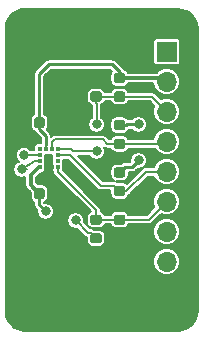
<source format=gbr>
G04 #@! TF.GenerationSoftware,KiCad,Pcbnew,(5.0.0)*
G04 #@! TF.CreationDate,2018-08-29T17:32:18+01:00*
G04 #@! TF.ProjectId,Week5LetsTryANewIC,5765656B354C657473547279414E6577,rev?*
G04 #@! TF.SameCoordinates,Original*
G04 #@! TF.FileFunction,Copper,L1,Top,Signal*
G04 #@! TF.FilePolarity,Positive*
%FSLAX46Y46*%
G04 Gerber Fmt 4.6, Leading zero omitted, Abs format (unit mm)*
G04 Created by KiCad (PCBNEW (5.0.0)) date 08/29/18 17:32:18*
%MOMM*%
%LPD*%
G01*
G04 APERTURE LIST*
G04 #@! TA.AperFunction,Conductor*
%ADD10C,0.100000*%
G04 #@! TD*
G04 #@! TA.AperFunction,SMDPad,CuDef*
%ADD11C,0.875000*%
G04 #@! TD*
G04 #@! TA.AperFunction,SMDPad,CuDef*
%ADD12R,0.350000X0.375000*%
G04 #@! TD*
G04 #@! TA.AperFunction,SMDPad,CuDef*
%ADD13R,0.375000X0.350000*%
G04 #@! TD*
G04 #@! TA.AperFunction,ComponentPad*
%ADD14R,1.700000X1.700000*%
G04 #@! TD*
G04 #@! TA.AperFunction,ComponentPad*
%ADD15O,1.700000X1.700000*%
G04 #@! TD*
G04 #@! TA.AperFunction,ViaPad*
%ADD16C,0.800000*%
G04 #@! TD*
G04 #@! TA.AperFunction,Conductor*
%ADD17C,0.304800*%
G04 #@! TD*
G04 #@! TA.AperFunction,Conductor*
%ADD18C,0.254000*%
G04 #@! TD*
G04 #@! TA.AperFunction,Conductor*
%ADD19C,0.203200*%
G04 #@! TD*
G04 #@! TA.AperFunction,Conductor*
%ADD20C,0.200000*%
G04 #@! TD*
G04 APERTURE END LIST*
D10*
G04 #@! TO.N,VDD*
G04 #@! TO.C,C1*
G36*
X157452691Y-78526053D02*
X157473926Y-78529203D01*
X157494750Y-78534419D01*
X157514962Y-78541651D01*
X157534368Y-78550830D01*
X157552781Y-78561866D01*
X157570024Y-78574654D01*
X157585930Y-78589070D01*
X157600346Y-78604976D01*
X157613134Y-78622219D01*
X157624170Y-78640632D01*
X157633349Y-78660038D01*
X157640581Y-78680250D01*
X157645797Y-78701074D01*
X157648947Y-78722309D01*
X157650000Y-78743750D01*
X157650000Y-79256250D01*
X157648947Y-79277691D01*
X157645797Y-79298926D01*
X157640581Y-79319750D01*
X157633349Y-79339962D01*
X157624170Y-79359368D01*
X157613134Y-79377781D01*
X157600346Y-79395024D01*
X157585930Y-79410930D01*
X157570024Y-79425346D01*
X157552781Y-79438134D01*
X157534368Y-79449170D01*
X157514962Y-79458349D01*
X157494750Y-79465581D01*
X157473926Y-79470797D01*
X157452691Y-79473947D01*
X157431250Y-79475000D01*
X156993750Y-79475000D01*
X156972309Y-79473947D01*
X156951074Y-79470797D01*
X156930250Y-79465581D01*
X156910038Y-79458349D01*
X156890632Y-79449170D01*
X156872219Y-79438134D01*
X156854976Y-79425346D01*
X156839070Y-79410930D01*
X156824654Y-79395024D01*
X156811866Y-79377781D01*
X156800830Y-79359368D01*
X156791651Y-79339962D01*
X156784419Y-79319750D01*
X156779203Y-79298926D01*
X156776053Y-79277691D01*
X156775000Y-79256250D01*
X156775000Y-78743750D01*
X156776053Y-78722309D01*
X156779203Y-78701074D01*
X156784419Y-78680250D01*
X156791651Y-78660038D01*
X156800830Y-78640632D01*
X156811866Y-78622219D01*
X156824654Y-78604976D01*
X156839070Y-78589070D01*
X156854976Y-78574654D01*
X156872219Y-78561866D01*
X156890632Y-78550830D01*
X156910038Y-78541651D01*
X156930250Y-78534419D01*
X156951074Y-78529203D01*
X156972309Y-78526053D01*
X156993750Y-78525000D01*
X157431250Y-78525000D01*
X157452691Y-78526053D01*
X157452691Y-78526053D01*
G37*
D11*
G04 #@! TD*
G04 #@! TO.P,C1,1*
G04 #@! TO.N,VDD*
X157212500Y-79000000D03*
D10*
G04 #@! TO.N,GND*
G04 #@! TO.C,C1*
G36*
X159027691Y-78526053D02*
X159048926Y-78529203D01*
X159069750Y-78534419D01*
X159089962Y-78541651D01*
X159109368Y-78550830D01*
X159127781Y-78561866D01*
X159145024Y-78574654D01*
X159160930Y-78589070D01*
X159175346Y-78604976D01*
X159188134Y-78622219D01*
X159199170Y-78640632D01*
X159208349Y-78660038D01*
X159215581Y-78680250D01*
X159220797Y-78701074D01*
X159223947Y-78722309D01*
X159225000Y-78743750D01*
X159225000Y-79256250D01*
X159223947Y-79277691D01*
X159220797Y-79298926D01*
X159215581Y-79319750D01*
X159208349Y-79339962D01*
X159199170Y-79359368D01*
X159188134Y-79377781D01*
X159175346Y-79395024D01*
X159160930Y-79410930D01*
X159145024Y-79425346D01*
X159127781Y-79438134D01*
X159109368Y-79449170D01*
X159089962Y-79458349D01*
X159069750Y-79465581D01*
X159048926Y-79470797D01*
X159027691Y-79473947D01*
X159006250Y-79475000D01*
X158568750Y-79475000D01*
X158547309Y-79473947D01*
X158526074Y-79470797D01*
X158505250Y-79465581D01*
X158485038Y-79458349D01*
X158465632Y-79449170D01*
X158447219Y-79438134D01*
X158429976Y-79425346D01*
X158414070Y-79410930D01*
X158399654Y-79395024D01*
X158386866Y-79377781D01*
X158375830Y-79359368D01*
X158366651Y-79339962D01*
X158359419Y-79319750D01*
X158354203Y-79298926D01*
X158351053Y-79277691D01*
X158350000Y-79256250D01*
X158350000Y-78743750D01*
X158351053Y-78722309D01*
X158354203Y-78701074D01*
X158359419Y-78680250D01*
X158366651Y-78660038D01*
X158375830Y-78640632D01*
X158386866Y-78622219D01*
X158399654Y-78604976D01*
X158414070Y-78589070D01*
X158429976Y-78574654D01*
X158447219Y-78561866D01*
X158465632Y-78550830D01*
X158485038Y-78541651D01*
X158505250Y-78534419D01*
X158526074Y-78529203D01*
X158547309Y-78526053D01*
X158568750Y-78525000D01*
X159006250Y-78525000D01*
X159027691Y-78526053D01*
X159027691Y-78526053D01*
G37*
D11*
G04 #@! TD*
G04 #@! TO.P,C1,2*
G04 #@! TO.N,GND*
X158787500Y-79000000D03*
D10*
G04 #@! TO.N,GND*
G04 #@! TO.C,C2*
G36*
X159027691Y-72526053D02*
X159048926Y-72529203D01*
X159069750Y-72534419D01*
X159089962Y-72541651D01*
X159109368Y-72550830D01*
X159127781Y-72561866D01*
X159145024Y-72574654D01*
X159160930Y-72589070D01*
X159175346Y-72604976D01*
X159188134Y-72622219D01*
X159199170Y-72640632D01*
X159208349Y-72660038D01*
X159215581Y-72680250D01*
X159220797Y-72701074D01*
X159223947Y-72722309D01*
X159225000Y-72743750D01*
X159225000Y-73256250D01*
X159223947Y-73277691D01*
X159220797Y-73298926D01*
X159215581Y-73319750D01*
X159208349Y-73339962D01*
X159199170Y-73359368D01*
X159188134Y-73377781D01*
X159175346Y-73395024D01*
X159160930Y-73410930D01*
X159145024Y-73425346D01*
X159127781Y-73438134D01*
X159109368Y-73449170D01*
X159089962Y-73458349D01*
X159069750Y-73465581D01*
X159048926Y-73470797D01*
X159027691Y-73473947D01*
X159006250Y-73475000D01*
X158568750Y-73475000D01*
X158547309Y-73473947D01*
X158526074Y-73470797D01*
X158505250Y-73465581D01*
X158485038Y-73458349D01*
X158465632Y-73449170D01*
X158447219Y-73438134D01*
X158429976Y-73425346D01*
X158414070Y-73410930D01*
X158399654Y-73395024D01*
X158386866Y-73377781D01*
X158375830Y-73359368D01*
X158366651Y-73339962D01*
X158359419Y-73319750D01*
X158354203Y-73298926D01*
X158351053Y-73277691D01*
X158350000Y-73256250D01*
X158350000Y-72743750D01*
X158351053Y-72722309D01*
X158354203Y-72701074D01*
X158359419Y-72680250D01*
X158366651Y-72660038D01*
X158375830Y-72640632D01*
X158386866Y-72622219D01*
X158399654Y-72604976D01*
X158414070Y-72589070D01*
X158429976Y-72574654D01*
X158447219Y-72561866D01*
X158465632Y-72550830D01*
X158485038Y-72541651D01*
X158505250Y-72534419D01*
X158526074Y-72529203D01*
X158547309Y-72526053D01*
X158568750Y-72525000D01*
X159006250Y-72525000D01*
X159027691Y-72526053D01*
X159027691Y-72526053D01*
G37*
D11*
G04 #@! TD*
G04 #@! TO.P,C2,2*
G04 #@! TO.N,GND*
X158787500Y-73000000D03*
D10*
G04 #@! TO.N,VDDA*
G04 #@! TO.C,C2*
G36*
X157452691Y-72526053D02*
X157473926Y-72529203D01*
X157494750Y-72534419D01*
X157514962Y-72541651D01*
X157534368Y-72550830D01*
X157552781Y-72561866D01*
X157570024Y-72574654D01*
X157585930Y-72589070D01*
X157600346Y-72604976D01*
X157613134Y-72622219D01*
X157624170Y-72640632D01*
X157633349Y-72660038D01*
X157640581Y-72680250D01*
X157645797Y-72701074D01*
X157648947Y-72722309D01*
X157650000Y-72743750D01*
X157650000Y-73256250D01*
X157648947Y-73277691D01*
X157645797Y-73298926D01*
X157640581Y-73319750D01*
X157633349Y-73339962D01*
X157624170Y-73359368D01*
X157613134Y-73377781D01*
X157600346Y-73395024D01*
X157585930Y-73410930D01*
X157570024Y-73425346D01*
X157552781Y-73438134D01*
X157534368Y-73449170D01*
X157514962Y-73458349D01*
X157494750Y-73465581D01*
X157473926Y-73470797D01*
X157452691Y-73473947D01*
X157431250Y-73475000D01*
X156993750Y-73475000D01*
X156972309Y-73473947D01*
X156951074Y-73470797D01*
X156930250Y-73465581D01*
X156910038Y-73458349D01*
X156890632Y-73449170D01*
X156872219Y-73438134D01*
X156854976Y-73425346D01*
X156839070Y-73410930D01*
X156824654Y-73395024D01*
X156811866Y-73377781D01*
X156800830Y-73359368D01*
X156791651Y-73339962D01*
X156784419Y-73319750D01*
X156779203Y-73298926D01*
X156776053Y-73277691D01*
X156775000Y-73256250D01*
X156775000Y-72743750D01*
X156776053Y-72722309D01*
X156779203Y-72701074D01*
X156784419Y-72680250D01*
X156791651Y-72660038D01*
X156800830Y-72640632D01*
X156811866Y-72622219D01*
X156824654Y-72604976D01*
X156839070Y-72589070D01*
X156854976Y-72574654D01*
X156872219Y-72561866D01*
X156890632Y-72550830D01*
X156910038Y-72541651D01*
X156930250Y-72534419D01*
X156951074Y-72529203D01*
X156972309Y-72526053D01*
X156993750Y-72525000D01*
X157431250Y-72525000D01*
X157452691Y-72526053D01*
X157452691Y-72526053D01*
G37*
D11*
G04 #@! TD*
G04 #@! TO.P,C2,1*
G04 #@! TO.N,VDDA*
X157212500Y-73000000D03*
D12*
G04 #@! TO.P,U1,2*
G04 #@! TO.N,/SDX*
X158250000Y-75237500D03*
G04 #@! TO.P,U1,3*
G04 #@! TO.N,VDDA*
X157750000Y-75237500D03*
G04 #@! TO.P,U1,9*
G04 #@! TO.N,GND*
X158250000Y-76762500D03*
G04 #@! TO.P,U1,8*
X157750000Y-76762500D03*
G04 #@! TO.P,U1,4*
G04 #@! TO.N,Net-(U1-Pad4)*
X157250000Y-75237500D03*
G04 #@! TO.P,U1,7*
G04 #@! TO.N,VDD*
X157250000Y-76762500D03*
G04 #@! TO.P,U1,1*
G04 #@! TO.N,/SDA*
X158750000Y-75237500D03*
G04 #@! TO.P,U1,10*
G04 #@! TO.N,/CSB*
X158750000Y-76762500D03*
D13*
G04 #@! TO.P,U1,5*
G04 #@! TO.N,/INT1*
X157237500Y-75750000D03*
G04 #@! TO.P,U1,6*
G04 #@! TO.N,/INT2*
X157237500Y-76250000D03*
G04 #@! TO.P,U1,11*
G04 #@! TO.N,Net-(U1-Pad11)*
X158762500Y-76250000D03*
G04 #@! TO.P,U1,12*
G04 #@! TO.N,/SCX*
X158762500Y-75750000D03*
G04 #@! TD*
D14*
G04 #@! TO.P,J1,1*
G04 #@! TO.N,VDD*
X168000000Y-67000000D03*
D15*
G04 #@! TO.P,J1,2*
G04 #@! TO.N,VDDA*
X168000000Y-69540000D03*
G04 #@! TO.P,J1,3*
G04 #@! TO.N,/SDA*
X168000000Y-72080000D03*
G04 #@! TO.P,J1,4*
G04 #@! TO.N,/SDX*
X168000000Y-74620000D03*
G04 #@! TO.P,J1,5*
G04 #@! TO.N,/SCX*
X168000000Y-77160000D03*
G04 #@! TO.P,J1,6*
G04 #@! TO.N,/CSB*
X168000000Y-79700000D03*
G04 #@! TO.P,J1,7*
G04 #@! TO.N,/INT1*
X168000000Y-82240000D03*
G04 #@! TO.P,J1,8*
G04 #@! TO.N,/INT2*
X168000000Y-84780000D03*
G04 #@! TO.P,J1,9*
G04 #@! TO.N,GND*
X168000000Y-87320000D03*
G04 #@! TD*
D10*
G04 #@! TO.N,VDDA*
G04 #@! TO.C,R1*
G36*
X164277691Y-72776053D02*
X164298926Y-72779203D01*
X164319750Y-72784419D01*
X164339962Y-72791651D01*
X164359368Y-72800830D01*
X164377781Y-72811866D01*
X164395024Y-72824654D01*
X164410930Y-72839070D01*
X164425346Y-72854976D01*
X164438134Y-72872219D01*
X164449170Y-72890632D01*
X164458349Y-72910038D01*
X164465581Y-72930250D01*
X164470797Y-72951074D01*
X164473947Y-72972309D01*
X164475000Y-72993750D01*
X164475000Y-73431250D01*
X164473947Y-73452691D01*
X164470797Y-73473926D01*
X164465581Y-73494750D01*
X164458349Y-73514962D01*
X164449170Y-73534368D01*
X164438134Y-73552781D01*
X164425346Y-73570024D01*
X164410930Y-73585930D01*
X164395024Y-73600346D01*
X164377781Y-73613134D01*
X164359368Y-73624170D01*
X164339962Y-73633349D01*
X164319750Y-73640581D01*
X164298926Y-73645797D01*
X164277691Y-73648947D01*
X164256250Y-73650000D01*
X163743750Y-73650000D01*
X163722309Y-73648947D01*
X163701074Y-73645797D01*
X163680250Y-73640581D01*
X163660038Y-73633349D01*
X163640632Y-73624170D01*
X163622219Y-73613134D01*
X163604976Y-73600346D01*
X163589070Y-73585930D01*
X163574654Y-73570024D01*
X163561866Y-73552781D01*
X163550830Y-73534368D01*
X163541651Y-73514962D01*
X163534419Y-73494750D01*
X163529203Y-73473926D01*
X163526053Y-73452691D01*
X163525000Y-73431250D01*
X163525000Y-72993750D01*
X163526053Y-72972309D01*
X163529203Y-72951074D01*
X163534419Y-72930250D01*
X163541651Y-72910038D01*
X163550830Y-72890632D01*
X163561866Y-72872219D01*
X163574654Y-72854976D01*
X163589070Y-72839070D01*
X163604976Y-72824654D01*
X163622219Y-72811866D01*
X163640632Y-72800830D01*
X163660038Y-72791651D01*
X163680250Y-72784419D01*
X163701074Y-72779203D01*
X163722309Y-72776053D01*
X163743750Y-72775000D01*
X164256250Y-72775000D01*
X164277691Y-72776053D01*
X164277691Y-72776053D01*
G37*
D11*
G04 #@! TD*
G04 #@! TO.P,R1,1*
G04 #@! TO.N,VDDA*
X164000000Y-73212500D03*
D10*
G04 #@! TO.N,/SDX*
G04 #@! TO.C,R1*
G36*
X164277691Y-74351053D02*
X164298926Y-74354203D01*
X164319750Y-74359419D01*
X164339962Y-74366651D01*
X164359368Y-74375830D01*
X164377781Y-74386866D01*
X164395024Y-74399654D01*
X164410930Y-74414070D01*
X164425346Y-74429976D01*
X164438134Y-74447219D01*
X164449170Y-74465632D01*
X164458349Y-74485038D01*
X164465581Y-74505250D01*
X164470797Y-74526074D01*
X164473947Y-74547309D01*
X164475000Y-74568750D01*
X164475000Y-75006250D01*
X164473947Y-75027691D01*
X164470797Y-75048926D01*
X164465581Y-75069750D01*
X164458349Y-75089962D01*
X164449170Y-75109368D01*
X164438134Y-75127781D01*
X164425346Y-75145024D01*
X164410930Y-75160930D01*
X164395024Y-75175346D01*
X164377781Y-75188134D01*
X164359368Y-75199170D01*
X164339962Y-75208349D01*
X164319750Y-75215581D01*
X164298926Y-75220797D01*
X164277691Y-75223947D01*
X164256250Y-75225000D01*
X163743750Y-75225000D01*
X163722309Y-75223947D01*
X163701074Y-75220797D01*
X163680250Y-75215581D01*
X163660038Y-75208349D01*
X163640632Y-75199170D01*
X163622219Y-75188134D01*
X163604976Y-75175346D01*
X163589070Y-75160930D01*
X163574654Y-75145024D01*
X163561866Y-75127781D01*
X163550830Y-75109368D01*
X163541651Y-75089962D01*
X163534419Y-75069750D01*
X163529203Y-75048926D01*
X163526053Y-75027691D01*
X163525000Y-75006250D01*
X163525000Y-74568750D01*
X163526053Y-74547309D01*
X163529203Y-74526074D01*
X163534419Y-74505250D01*
X163541651Y-74485038D01*
X163550830Y-74465632D01*
X163561866Y-74447219D01*
X163574654Y-74429976D01*
X163589070Y-74414070D01*
X163604976Y-74399654D01*
X163622219Y-74386866D01*
X163640632Y-74375830D01*
X163660038Y-74366651D01*
X163680250Y-74359419D01*
X163701074Y-74354203D01*
X163722309Y-74351053D01*
X163743750Y-74350000D01*
X164256250Y-74350000D01*
X164277691Y-74351053D01*
X164277691Y-74351053D01*
G37*
D11*
G04 #@! TD*
G04 #@! TO.P,R1,2*
G04 #@! TO.N,/SDX*
X164000000Y-74787500D03*
D10*
G04 #@! TO.N,/SCX*
G04 #@! TO.C,R2*
G36*
X164277691Y-78351053D02*
X164298926Y-78354203D01*
X164319750Y-78359419D01*
X164339962Y-78366651D01*
X164359368Y-78375830D01*
X164377781Y-78386866D01*
X164395024Y-78399654D01*
X164410930Y-78414070D01*
X164425346Y-78429976D01*
X164438134Y-78447219D01*
X164449170Y-78465632D01*
X164458349Y-78485038D01*
X164465581Y-78505250D01*
X164470797Y-78526074D01*
X164473947Y-78547309D01*
X164475000Y-78568750D01*
X164475000Y-79006250D01*
X164473947Y-79027691D01*
X164470797Y-79048926D01*
X164465581Y-79069750D01*
X164458349Y-79089962D01*
X164449170Y-79109368D01*
X164438134Y-79127781D01*
X164425346Y-79145024D01*
X164410930Y-79160930D01*
X164395024Y-79175346D01*
X164377781Y-79188134D01*
X164359368Y-79199170D01*
X164339962Y-79208349D01*
X164319750Y-79215581D01*
X164298926Y-79220797D01*
X164277691Y-79223947D01*
X164256250Y-79225000D01*
X163743750Y-79225000D01*
X163722309Y-79223947D01*
X163701074Y-79220797D01*
X163680250Y-79215581D01*
X163660038Y-79208349D01*
X163640632Y-79199170D01*
X163622219Y-79188134D01*
X163604976Y-79175346D01*
X163589070Y-79160930D01*
X163574654Y-79145024D01*
X163561866Y-79127781D01*
X163550830Y-79109368D01*
X163541651Y-79089962D01*
X163534419Y-79069750D01*
X163529203Y-79048926D01*
X163526053Y-79027691D01*
X163525000Y-79006250D01*
X163525000Y-78568750D01*
X163526053Y-78547309D01*
X163529203Y-78526074D01*
X163534419Y-78505250D01*
X163541651Y-78485038D01*
X163550830Y-78465632D01*
X163561866Y-78447219D01*
X163574654Y-78429976D01*
X163589070Y-78414070D01*
X163604976Y-78399654D01*
X163622219Y-78386866D01*
X163640632Y-78375830D01*
X163660038Y-78366651D01*
X163680250Y-78359419D01*
X163701074Y-78354203D01*
X163722309Y-78351053D01*
X163743750Y-78350000D01*
X164256250Y-78350000D01*
X164277691Y-78351053D01*
X164277691Y-78351053D01*
G37*
D11*
G04 #@! TD*
G04 #@! TO.P,R2,2*
G04 #@! TO.N,/SCX*
X164000000Y-78787500D03*
D10*
G04 #@! TO.N,VDDA*
G04 #@! TO.C,R2*
G36*
X164277691Y-76776053D02*
X164298926Y-76779203D01*
X164319750Y-76784419D01*
X164339962Y-76791651D01*
X164359368Y-76800830D01*
X164377781Y-76811866D01*
X164395024Y-76824654D01*
X164410930Y-76839070D01*
X164425346Y-76854976D01*
X164438134Y-76872219D01*
X164449170Y-76890632D01*
X164458349Y-76910038D01*
X164465581Y-76930250D01*
X164470797Y-76951074D01*
X164473947Y-76972309D01*
X164475000Y-76993750D01*
X164475000Y-77431250D01*
X164473947Y-77452691D01*
X164470797Y-77473926D01*
X164465581Y-77494750D01*
X164458349Y-77514962D01*
X164449170Y-77534368D01*
X164438134Y-77552781D01*
X164425346Y-77570024D01*
X164410930Y-77585930D01*
X164395024Y-77600346D01*
X164377781Y-77613134D01*
X164359368Y-77624170D01*
X164339962Y-77633349D01*
X164319750Y-77640581D01*
X164298926Y-77645797D01*
X164277691Y-77648947D01*
X164256250Y-77650000D01*
X163743750Y-77650000D01*
X163722309Y-77648947D01*
X163701074Y-77645797D01*
X163680250Y-77640581D01*
X163660038Y-77633349D01*
X163640632Y-77624170D01*
X163622219Y-77613134D01*
X163604976Y-77600346D01*
X163589070Y-77585930D01*
X163574654Y-77570024D01*
X163561866Y-77552781D01*
X163550830Y-77534368D01*
X163541651Y-77514962D01*
X163534419Y-77494750D01*
X163529203Y-77473926D01*
X163526053Y-77452691D01*
X163525000Y-77431250D01*
X163525000Y-76993750D01*
X163526053Y-76972309D01*
X163529203Y-76951074D01*
X163534419Y-76930250D01*
X163541651Y-76910038D01*
X163550830Y-76890632D01*
X163561866Y-76872219D01*
X163574654Y-76854976D01*
X163589070Y-76839070D01*
X163604976Y-76824654D01*
X163622219Y-76811866D01*
X163640632Y-76800830D01*
X163660038Y-76791651D01*
X163680250Y-76784419D01*
X163701074Y-76779203D01*
X163722309Y-76776053D01*
X163743750Y-76775000D01*
X164256250Y-76775000D01*
X164277691Y-76776053D01*
X164277691Y-76776053D01*
G37*
D11*
G04 #@! TD*
G04 #@! TO.P,R2,1*
G04 #@! TO.N,VDDA*
X164000000Y-77212500D03*
D10*
G04 #@! TO.N,VDDA*
G04 #@! TO.C,R3*
G36*
X164277691Y-68776053D02*
X164298926Y-68779203D01*
X164319750Y-68784419D01*
X164339962Y-68791651D01*
X164359368Y-68800830D01*
X164377781Y-68811866D01*
X164395024Y-68824654D01*
X164410930Y-68839070D01*
X164425346Y-68854976D01*
X164438134Y-68872219D01*
X164449170Y-68890632D01*
X164458349Y-68910038D01*
X164465581Y-68930250D01*
X164470797Y-68951074D01*
X164473947Y-68972309D01*
X164475000Y-68993750D01*
X164475000Y-69431250D01*
X164473947Y-69452691D01*
X164470797Y-69473926D01*
X164465581Y-69494750D01*
X164458349Y-69514962D01*
X164449170Y-69534368D01*
X164438134Y-69552781D01*
X164425346Y-69570024D01*
X164410930Y-69585930D01*
X164395024Y-69600346D01*
X164377781Y-69613134D01*
X164359368Y-69624170D01*
X164339962Y-69633349D01*
X164319750Y-69640581D01*
X164298926Y-69645797D01*
X164277691Y-69648947D01*
X164256250Y-69650000D01*
X163743750Y-69650000D01*
X163722309Y-69648947D01*
X163701074Y-69645797D01*
X163680250Y-69640581D01*
X163660038Y-69633349D01*
X163640632Y-69624170D01*
X163622219Y-69613134D01*
X163604976Y-69600346D01*
X163589070Y-69585930D01*
X163574654Y-69570024D01*
X163561866Y-69552781D01*
X163550830Y-69534368D01*
X163541651Y-69514962D01*
X163534419Y-69494750D01*
X163529203Y-69473926D01*
X163526053Y-69452691D01*
X163525000Y-69431250D01*
X163525000Y-68993750D01*
X163526053Y-68972309D01*
X163529203Y-68951074D01*
X163534419Y-68930250D01*
X163541651Y-68910038D01*
X163550830Y-68890632D01*
X163561866Y-68872219D01*
X163574654Y-68854976D01*
X163589070Y-68839070D01*
X163604976Y-68824654D01*
X163622219Y-68811866D01*
X163640632Y-68800830D01*
X163660038Y-68791651D01*
X163680250Y-68784419D01*
X163701074Y-68779203D01*
X163722309Y-68776053D01*
X163743750Y-68775000D01*
X164256250Y-68775000D01*
X164277691Y-68776053D01*
X164277691Y-68776053D01*
G37*
D11*
G04 #@! TD*
G04 #@! TO.P,R3,1*
G04 #@! TO.N,VDDA*
X164000000Y-69212500D03*
D10*
G04 #@! TO.N,/SDA*
G04 #@! TO.C,R3*
G36*
X164277691Y-70351053D02*
X164298926Y-70354203D01*
X164319750Y-70359419D01*
X164339962Y-70366651D01*
X164359368Y-70375830D01*
X164377781Y-70386866D01*
X164395024Y-70399654D01*
X164410930Y-70414070D01*
X164425346Y-70429976D01*
X164438134Y-70447219D01*
X164449170Y-70465632D01*
X164458349Y-70485038D01*
X164465581Y-70505250D01*
X164470797Y-70526074D01*
X164473947Y-70547309D01*
X164475000Y-70568750D01*
X164475000Y-71006250D01*
X164473947Y-71027691D01*
X164470797Y-71048926D01*
X164465581Y-71069750D01*
X164458349Y-71089962D01*
X164449170Y-71109368D01*
X164438134Y-71127781D01*
X164425346Y-71145024D01*
X164410930Y-71160930D01*
X164395024Y-71175346D01*
X164377781Y-71188134D01*
X164359368Y-71199170D01*
X164339962Y-71208349D01*
X164319750Y-71215581D01*
X164298926Y-71220797D01*
X164277691Y-71223947D01*
X164256250Y-71225000D01*
X163743750Y-71225000D01*
X163722309Y-71223947D01*
X163701074Y-71220797D01*
X163680250Y-71215581D01*
X163660038Y-71208349D01*
X163640632Y-71199170D01*
X163622219Y-71188134D01*
X163604976Y-71175346D01*
X163589070Y-71160930D01*
X163574654Y-71145024D01*
X163561866Y-71127781D01*
X163550830Y-71109368D01*
X163541651Y-71089962D01*
X163534419Y-71069750D01*
X163529203Y-71048926D01*
X163526053Y-71027691D01*
X163525000Y-71006250D01*
X163525000Y-70568750D01*
X163526053Y-70547309D01*
X163529203Y-70526074D01*
X163534419Y-70505250D01*
X163541651Y-70485038D01*
X163550830Y-70465632D01*
X163561866Y-70447219D01*
X163574654Y-70429976D01*
X163589070Y-70414070D01*
X163604976Y-70399654D01*
X163622219Y-70386866D01*
X163640632Y-70375830D01*
X163660038Y-70366651D01*
X163680250Y-70359419D01*
X163701074Y-70354203D01*
X163722309Y-70351053D01*
X163743750Y-70350000D01*
X164256250Y-70350000D01*
X164277691Y-70351053D01*
X164277691Y-70351053D01*
G37*
D11*
G04 #@! TD*
G04 #@! TO.P,R3,2*
G04 #@! TO.N,/SDA*
X164000000Y-70787500D03*
D10*
G04 #@! TO.N,GND*
G04 #@! TO.C,R4*
G36*
X162277691Y-68776053D02*
X162298926Y-68779203D01*
X162319750Y-68784419D01*
X162339962Y-68791651D01*
X162359368Y-68800830D01*
X162377781Y-68811866D01*
X162395024Y-68824654D01*
X162410930Y-68839070D01*
X162425346Y-68854976D01*
X162438134Y-68872219D01*
X162449170Y-68890632D01*
X162458349Y-68910038D01*
X162465581Y-68930250D01*
X162470797Y-68951074D01*
X162473947Y-68972309D01*
X162475000Y-68993750D01*
X162475000Y-69431250D01*
X162473947Y-69452691D01*
X162470797Y-69473926D01*
X162465581Y-69494750D01*
X162458349Y-69514962D01*
X162449170Y-69534368D01*
X162438134Y-69552781D01*
X162425346Y-69570024D01*
X162410930Y-69585930D01*
X162395024Y-69600346D01*
X162377781Y-69613134D01*
X162359368Y-69624170D01*
X162339962Y-69633349D01*
X162319750Y-69640581D01*
X162298926Y-69645797D01*
X162277691Y-69648947D01*
X162256250Y-69650000D01*
X161743750Y-69650000D01*
X161722309Y-69648947D01*
X161701074Y-69645797D01*
X161680250Y-69640581D01*
X161660038Y-69633349D01*
X161640632Y-69624170D01*
X161622219Y-69613134D01*
X161604976Y-69600346D01*
X161589070Y-69585930D01*
X161574654Y-69570024D01*
X161561866Y-69552781D01*
X161550830Y-69534368D01*
X161541651Y-69514962D01*
X161534419Y-69494750D01*
X161529203Y-69473926D01*
X161526053Y-69452691D01*
X161525000Y-69431250D01*
X161525000Y-68993750D01*
X161526053Y-68972309D01*
X161529203Y-68951074D01*
X161534419Y-68930250D01*
X161541651Y-68910038D01*
X161550830Y-68890632D01*
X161561866Y-68872219D01*
X161574654Y-68854976D01*
X161589070Y-68839070D01*
X161604976Y-68824654D01*
X161622219Y-68811866D01*
X161640632Y-68800830D01*
X161660038Y-68791651D01*
X161680250Y-68784419D01*
X161701074Y-68779203D01*
X161722309Y-68776053D01*
X161743750Y-68775000D01*
X162256250Y-68775000D01*
X162277691Y-68776053D01*
X162277691Y-68776053D01*
G37*
D11*
G04 #@! TD*
G04 #@! TO.P,R4,2*
G04 #@! TO.N,GND*
X162000000Y-69212500D03*
D10*
G04 #@! TO.N,/SDA*
G04 #@! TO.C,R4*
G36*
X162277691Y-70351053D02*
X162298926Y-70354203D01*
X162319750Y-70359419D01*
X162339962Y-70366651D01*
X162359368Y-70375830D01*
X162377781Y-70386866D01*
X162395024Y-70399654D01*
X162410930Y-70414070D01*
X162425346Y-70429976D01*
X162438134Y-70447219D01*
X162449170Y-70465632D01*
X162458349Y-70485038D01*
X162465581Y-70505250D01*
X162470797Y-70526074D01*
X162473947Y-70547309D01*
X162475000Y-70568750D01*
X162475000Y-71006250D01*
X162473947Y-71027691D01*
X162470797Y-71048926D01*
X162465581Y-71069750D01*
X162458349Y-71089962D01*
X162449170Y-71109368D01*
X162438134Y-71127781D01*
X162425346Y-71145024D01*
X162410930Y-71160930D01*
X162395024Y-71175346D01*
X162377781Y-71188134D01*
X162359368Y-71199170D01*
X162339962Y-71208349D01*
X162319750Y-71215581D01*
X162298926Y-71220797D01*
X162277691Y-71223947D01*
X162256250Y-71225000D01*
X161743750Y-71225000D01*
X161722309Y-71223947D01*
X161701074Y-71220797D01*
X161680250Y-71215581D01*
X161660038Y-71208349D01*
X161640632Y-71199170D01*
X161622219Y-71188134D01*
X161604976Y-71175346D01*
X161589070Y-71160930D01*
X161574654Y-71145024D01*
X161561866Y-71127781D01*
X161550830Y-71109368D01*
X161541651Y-71089962D01*
X161534419Y-71069750D01*
X161529203Y-71048926D01*
X161526053Y-71027691D01*
X161525000Y-71006250D01*
X161525000Y-70568750D01*
X161526053Y-70547309D01*
X161529203Y-70526074D01*
X161534419Y-70505250D01*
X161541651Y-70485038D01*
X161550830Y-70465632D01*
X161561866Y-70447219D01*
X161574654Y-70429976D01*
X161589070Y-70414070D01*
X161604976Y-70399654D01*
X161622219Y-70386866D01*
X161640632Y-70375830D01*
X161660038Y-70366651D01*
X161680250Y-70359419D01*
X161701074Y-70354203D01*
X161722309Y-70351053D01*
X161743750Y-70350000D01*
X162256250Y-70350000D01*
X162277691Y-70351053D01*
X162277691Y-70351053D01*
G37*
D11*
G04 #@! TD*
G04 #@! TO.P,R4,1*
G04 #@! TO.N,/SDA*
X162000000Y-70787500D03*
D10*
G04 #@! TO.N,/CSB*
G04 #@! TO.C,R5*
G36*
X162277691Y-80776053D02*
X162298926Y-80779203D01*
X162319750Y-80784419D01*
X162339962Y-80791651D01*
X162359368Y-80800830D01*
X162377781Y-80811866D01*
X162395024Y-80824654D01*
X162410930Y-80839070D01*
X162425346Y-80854976D01*
X162438134Y-80872219D01*
X162449170Y-80890632D01*
X162458349Y-80910038D01*
X162465581Y-80930250D01*
X162470797Y-80951074D01*
X162473947Y-80972309D01*
X162475000Y-80993750D01*
X162475000Y-81431250D01*
X162473947Y-81452691D01*
X162470797Y-81473926D01*
X162465581Y-81494750D01*
X162458349Y-81514962D01*
X162449170Y-81534368D01*
X162438134Y-81552781D01*
X162425346Y-81570024D01*
X162410930Y-81585930D01*
X162395024Y-81600346D01*
X162377781Y-81613134D01*
X162359368Y-81624170D01*
X162339962Y-81633349D01*
X162319750Y-81640581D01*
X162298926Y-81645797D01*
X162277691Y-81648947D01*
X162256250Y-81650000D01*
X161743750Y-81650000D01*
X161722309Y-81648947D01*
X161701074Y-81645797D01*
X161680250Y-81640581D01*
X161660038Y-81633349D01*
X161640632Y-81624170D01*
X161622219Y-81613134D01*
X161604976Y-81600346D01*
X161589070Y-81585930D01*
X161574654Y-81570024D01*
X161561866Y-81552781D01*
X161550830Y-81534368D01*
X161541651Y-81514962D01*
X161534419Y-81494750D01*
X161529203Y-81473926D01*
X161526053Y-81452691D01*
X161525000Y-81431250D01*
X161525000Y-80993750D01*
X161526053Y-80972309D01*
X161529203Y-80951074D01*
X161534419Y-80930250D01*
X161541651Y-80910038D01*
X161550830Y-80890632D01*
X161561866Y-80872219D01*
X161574654Y-80854976D01*
X161589070Y-80839070D01*
X161604976Y-80824654D01*
X161622219Y-80811866D01*
X161640632Y-80800830D01*
X161660038Y-80791651D01*
X161680250Y-80784419D01*
X161701074Y-80779203D01*
X161722309Y-80776053D01*
X161743750Y-80775000D01*
X162256250Y-80775000D01*
X162277691Y-80776053D01*
X162277691Y-80776053D01*
G37*
D11*
G04 #@! TD*
G04 #@! TO.P,R5,2*
G04 #@! TO.N,/CSB*
X162000000Y-81212500D03*
D10*
G04 #@! TO.N,VDDA*
G04 #@! TO.C,R5*
G36*
X162277691Y-82351053D02*
X162298926Y-82354203D01*
X162319750Y-82359419D01*
X162339962Y-82366651D01*
X162359368Y-82375830D01*
X162377781Y-82386866D01*
X162395024Y-82399654D01*
X162410930Y-82414070D01*
X162425346Y-82429976D01*
X162438134Y-82447219D01*
X162449170Y-82465632D01*
X162458349Y-82485038D01*
X162465581Y-82505250D01*
X162470797Y-82526074D01*
X162473947Y-82547309D01*
X162475000Y-82568750D01*
X162475000Y-83006250D01*
X162473947Y-83027691D01*
X162470797Y-83048926D01*
X162465581Y-83069750D01*
X162458349Y-83089962D01*
X162449170Y-83109368D01*
X162438134Y-83127781D01*
X162425346Y-83145024D01*
X162410930Y-83160930D01*
X162395024Y-83175346D01*
X162377781Y-83188134D01*
X162359368Y-83199170D01*
X162339962Y-83208349D01*
X162319750Y-83215581D01*
X162298926Y-83220797D01*
X162277691Y-83223947D01*
X162256250Y-83225000D01*
X161743750Y-83225000D01*
X161722309Y-83223947D01*
X161701074Y-83220797D01*
X161680250Y-83215581D01*
X161660038Y-83208349D01*
X161640632Y-83199170D01*
X161622219Y-83188134D01*
X161604976Y-83175346D01*
X161589070Y-83160930D01*
X161574654Y-83145024D01*
X161561866Y-83127781D01*
X161550830Y-83109368D01*
X161541651Y-83089962D01*
X161534419Y-83069750D01*
X161529203Y-83048926D01*
X161526053Y-83027691D01*
X161525000Y-83006250D01*
X161525000Y-82568750D01*
X161526053Y-82547309D01*
X161529203Y-82526074D01*
X161534419Y-82505250D01*
X161541651Y-82485038D01*
X161550830Y-82465632D01*
X161561866Y-82447219D01*
X161574654Y-82429976D01*
X161589070Y-82414070D01*
X161604976Y-82399654D01*
X161622219Y-82386866D01*
X161640632Y-82375830D01*
X161660038Y-82366651D01*
X161680250Y-82359419D01*
X161701074Y-82354203D01*
X161722309Y-82351053D01*
X161743750Y-82350000D01*
X162256250Y-82350000D01*
X162277691Y-82351053D01*
X162277691Y-82351053D01*
G37*
D11*
G04 #@! TD*
G04 #@! TO.P,R5,1*
G04 #@! TO.N,VDDA*
X162000000Y-82787500D03*
D10*
G04 #@! TO.N,/CSB*
G04 #@! TO.C,R6*
G36*
X164277691Y-80776053D02*
X164298926Y-80779203D01*
X164319750Y-80784419D01*
X164339962Y-80791651D01*
X164359368Y-80800830D01*
X164377781Y-80811866D01*
X164395024Y-80824654D01*
X164410930Y-80839070D01*
X164425346Y-80854976D01*
X164438134Y-80872219D01*
X164449170Y-80890632D01*
X164458349Y-80910038D01*
X164465581Y-80930250D01*
X164470797Y-80951074D01*
X164473947Y-80972309D01*
X164475000Y-80993750D01*
X164475000Y-81431250D01*
X164473947Y-81452691D01*
X164470797Y-81473926D01*
X164465581Y-81494750D01*
X164458349Y-81514962D01*
X164449170Y-81534368D01*
X164438134Y-81552781D01*
X164425346Y-81570024D01*
X164410930Y-81585930D01*
X164395024Y-81600346D01*
X164377781Y-81613134D01*
X164359368Y-81624170D01*
X164339962Y-81633349D01*
X164319750Y-81640581D01*
X164298926Y-81645797D01*
X164277691Y-81648947D01*
X164256250Y-81650000D01*
X163743750Y-81650000D01*
X163722309Y-81648947D01*
X163701074Y-81645797D01*
X163680250Y-81640581D01*
X163660038Y-81633349D01*
X163640632Y-81624170D01*
X163622219Y-81613134D01*
X163604976Y-81600346D01*
X163589070Y-81585930D01*
X163574654Y-81570024D01*
X163561866Y-81552781D01*
X163550830Y-81534368D01*
X163541651Y-81514962D01*
X163534419Y-81494750D01*
X163529203Y-81473926D01*
X163526053Y-81452691D01*
X163525000Y-81431250D01*
X163525000Y-80993750D01*
X163526053Y-80972309D01*
X163529203Y-80951074D01*
X163534419Y-80930250D01*
X163541651Y-80910038D01*
X163550830Y-80890632D01*
X163561866Y-80872219D01*
X163574654Y-80854976D01*
X163589070Y-80839070D01*
X163604976Y-80824654D01*
X163622219Y-80811866D01*
X163640632Y-80800830D01*
X163660038Y-80791651D01*
X163680250Y-80784419D01*
X163701074Y-80779203D01*
X163722309Y-80776053D01*
X163743750Y-80775000D01*
X164256250Y-80775000D01*
X164277691Y-80776053D01*
X164277691Y-80776053D01*
G37*
D11*
G04 #@! TD*
G04 #@! TO.P,R6,1*
G04 #@! TO.N,/CSB*
X164000000Y-81212500D03*
D10*
G04 #@! TO.N,GND*
G04 #@! TO.C,R6*
G36*
X164277691Y-82351053D02*
X164298926Y-82354203D01*
X164319750Y-82359419D01*
X164339962Y-82366651D01*
X164359368Y-82375830D01*
X164377781Y-82386866D01*
X164395024Y-82399654D01*
X164410930Y-82414070D01*
X164425346Y-82429976D01*
X164438134Y-82447219D01*
X164449170Y-82465632D01*
X164458349Y-82485038D01*
X164465581Y-82505250D01*
X164470797Y-82526074D01*
X164473947Y-82547309D01*
X164475000Y-82568750D01*
X164475000Y-83006250D01*
X164473947Y-83027691D01*
X164470797Y-83048926D01*
X164465581Y-83069750D01*
X164458349Y-83089962D01*
X164449170Y-83109368D01*
X164438134Y-83127781D01*
X164425346Y-83145024D01*
X164410930Y-83160930D01*
X164395024Y-83175346D01*
X164377781Y-83188134D01*
X164359368Y-83199170D01*
X164339962Y-83208349D01*
X164319750Y-83215581D01*
X164298926Y-83220797D01*
X164277691Y-83223947D01*
X164256250Y-83225000D01*
X163743750Y-83225000D01*
X163722309Y-83223947D01*
X163701074Y-83220797D01*
X163680250Y-83215581D01*
X163660038Y-83208349D01*
X163640632Y-83199170D01*
X163622219Y-83188134D01*
X163604976Y-83175346D01*
X163589070Y-83160930D01*
X163574654Y-83145024D01*
X163561866Y-83127781D01*
X163550830Y-83109368D01*
X163541651Y-83089962D01*
X163534419Y-83069750D01*
X163529203Y-83048926D01*
X163526053Y-83027691D01*
X163525000Y-83006250D01*
X163525000Y-82568750D01*
X163526053Y-82547309D01*
X163529203Y-82526074D01*
X163534419Y-82505250D01*
X163541651Y-82485038D01*
X163550830Y-82465632D01*
X163561866Y-82447219D01*
X163574654Y-82429976D01*
X163589070Y-82414070D01*
X163604976Y-82399654D01*
X163622219Y-82386866D01*
X163640632Y-82375830D01*
X163660038Y-82366651D01*
X163680250Y-82359419D01*
X163701074Y-82354203D01*
X163722309Y-82351053D01*
X163743750Y-82350000D01*
X164256250Y-82350000D01*
X164277691Y-82351053D01*
X164277691Y-82351053D01*
G37*
D11*
G04 #@! TD*
G04 #@! TO.P,R6,2*
G04 #@! TO.N,GND*
X164000000Y-82787500D03*
D16*
G04 #@! TO.N,VDD*
X157734000Y-80518000D03*
G04 #@! TO.N,GND*
X158000000Y-78000000D03*
G04 #@! TO.N,VDDA*
X165608000Y-73152000D03*
X165608000Y-76200000D03*
X160274000Y-81280000D03*
G04 #@! TO.N,/SDA*
X162052000Y-73152000D03*
X162052000Y-75438000D03*
G04 #@! TO.N,/INT1*
X155898000Y-75750000D03*
G04 #@! TO.N,/INT2*
X155702000Y-76962000D03*
G04 #@! TD*
D17*
G04 #@! TO.N,VDD*
X157212500Y-79000000D02*
X156464000Y-78251500D01*
X156464000Y-78251500D02*
X156464000Y-77470000D01*
X157156599Y-76777401D02*
X157222599Y-76777401D01*
X156464000Y-77470000D02*
X157156599Y-76777401D01*
D18*
X157212500Y-79996500D02*
X157734000Y-80518000D01*
X157212500Y-79000000D02*
X157212500Y-79996500D01*
D17*
G04 #@! TO.N,VDDA*
X167672500Y-69212500D02*
X168000000Y-69540000D01*
X164000000Y-69212500D02*
X167672500Y-69212500D01*
D18*
X157212500Y-73575000D02*
X157734000Y-74096500D01*
X157212500Y-73000000D02*
X157212500Y-73575000D01*
X157734000Y-74096500D02*
X157734000Y-74930000D01*
X164461612Y-76750888D02*
X165057112Y-76750888D01*
X164000000Y-77212500D02*
X164461612Y-76750888D01*
X165057112Y-76750888D02*
X165608000Y-76200000D01*
X164575000Y-73212500D02*
X164635500Y-73152000D01*
X164000000Y-73212500D02*
X164575000Y-73212500D01*
X164635500Y-73152000D02*
X165608000Y-73152000D01*
X157212500Y-68847500D02*
X157212500Y-73000000D01*
X157988000Y-68072000D02*
X157212500Y-68847500D01*
X163397000Y-68072000D02*
X157988000Y-68072000D01*
X164000000Y-69212500D02*
X164000000Y-68675000D01*
X164000000Y-68675000D02*
X163397000Y-68072000D01*
X165608000Y-73152000D02*
X165608000Y-73152000D01*
X165608000Y-76200000D02*
X165608000Y-76200000D01*
D19*
X157734000Y-75221500D02*
X157750000Y-75237500D01*
X157734000Y-74930000D02*
X157734000Y-75221500D01*
X161538388Y-82325888D02*
X161319888Y-82325888D01*
X162000000Y-82787500D02*
X161538388Y-82325888D01*
X161319888Y-82325888D02*
X160274000Y-81280000D01*
X160274000Y-81280000D02*
X160274000Y-81280000D01*
G04 #@! TO.N,/SDX*
X167832500Y-74787500D02*
X168000000Y-74620000D01*
X164000000Y-74787500D02*
X167832500Y-74787500D01*
X158250000Y-74846800D02*
X158242000Y-74838800D01*
X158250000Y-75237500D02*
X158250000Y-74846800D01*
X158242000Y-74838800D02*
X158242000Y-74676000D01*
X158242000Y-74676000D02*
X158496000Y-74422000D01*
X158496000Y-74422000D02*
X162560000Y-74422000D01*
X162925500Y-74787500D02*
X164000000Y-74787500D01*
X162560000Y-74422000D02*
X162925500Y-74787500D01*
G04 #@! TO.N,/SDA*
X166707500Y-70787500D02*
X164000000Y-70787500D01*
X168000000Y-72080000D02*
X166707500Y-70787500D01*
X164000000Y-70787500D02*
X162000000Y-70787500D01*
X162000000Y-71325000D02*
X162052000Y-71377000D01*
X162000000Y-70787500D02*
X162000000Y-71325000D01*
X162052000Y-71377000D02*
X162052000Y-73152000D01*
X162052000Y-73152000D02*
X162052000Y-73152000D01*
X159881725Y-75237500D02*
X160082225Y-75438000D01*
X158750000Y-75237500D02*
X159881725Y-75237500D01*
X160082225Y-75438000D02*
X162052000Y-75438000D01*
X162052000Y-75438000D02*
X162052000Y-75438000D01*
G04 #@! TO.N,/CSB*
X166487500Y-81212500D02*
X164000000Y-81212500D01*
X168000000Y-79700000D02*
X166487500Y-81212500D01*
X164000000Y-81212500D02*
X162000000Y-81212500D01*
X162000000Y-80675000D02*
X162000000Y-81212500D01*
X162000000Y-80403200D02*
X162000000Y-80675000D01*
X158750000Y-77153200D02*
X162000000Y-80403200D01*
X158750000Y-76762500D02*
X158750000Y-77153200D01*
G04 #@! TO.N,/INT1*
X157237500Y-75750000D02*
X155898000Y-75750000D01*
X155898000Y-75750000D02*
X155702000Y-75946000D01*
X155898000Y-75750000D02*
X155898000Y-75750000D01*
G04 #@! TO.N,/INT2*
X156846800Y-76250000D02*
X155702000Y-76962000D01*
X157237500Y-76250000D02*
X156846800Y-76250000D01*
X156134800Y-76962000D02*
X155702000Y-76962000D01*
X155702000Y-76962000D02*
X156134800Y-76962000D01*
G04 #@! TO.N,/SCX*
X166202500Y-77160000D02*
X168000000Y-77160000D01*
X164000000Y-78787500D02*
X164575000Y-78787500D01*
X164575000Y-78787500D02*
X166202500Y-77160000D01*
X159824000Y-75750000D02*
X158762500Y-75750000D01*
X162399888Y-78325888D02*
X159824000Y-75750000D01*
X164000000Y-78787500D02*
X163538388Y-78325888D01*
X163538388Y-78325888D02*
X162399888Y-78325888D01*
G04 #@! TD*
D20*
G04 #@! TO.N,GND*
G36*
X155921586Y-63394212D02*
X155980353Y-63400000D01*
X168980436Y-63400000D01*
X169310401Y-63432354D01*
X169608982Y-63522500D01*
X169884366Y-63668925D01*
X170126062Y-63866047D01*
X170324869Y-64106363D01*
X170473214Y-64380723D01*
X170565440Y-64678657D01*
X170600000Y-65007468D01*
X170600001Y-88980425D01*
X170567646Y-89310403D01*
X170477500Y-89608982D01*
X170331076Y-89884364D01*
X170133950Y-90126064D01*
X169893637Y-90324869D01*
X169619279Y-90473214D01*
X169321343Y-90565440D01*
X168992531Y-90600000D01*
X155980353Y-90600000D01*
X155921586Y-90605788D01*
X155897357Y-90613138D01*
X155684719Y-90592288D01*
X155381444Y-90500724D01*
X155101735Y-90351999D01*
X154856238Y-90151777D01*
X154654305Y-89907683D01*
X154503630Y-89629016D01*
X154409953Y-89326394D01*
X154386545Y-89103688D01*
X154394212Y-89078414D01*
X154400000Y-89019647D01*
X154400000Y-84780000D01*
X166844436Y-84780000D01*
X166866640Y-85005439D01*
X166932398Y-85222215D01*
X167039184Y-85421997D01*
X167182893Y-85597107D01*
X167358003Y-85740816D01*
X167557785Y-85847602D01*
X167774561Y-85913360D01*
X167943508Y-85930000D01*
X168056492Y-85930000D01*
X168225439Y-85913360D01*
X168442215Y-85847602D01*
X168641997Y-85740816D01*
X168817107Y-85597107D01*
X168960816Y-85421997D01*
X169067602Y-85222215D01*
X169133360Y-85005439D01*
X169155564Y-84780000D01*
X169133360Y-84554561D01*
X169067602Y-84337785D01*
X168960816Y-84138003D01*
X168817107Y-83962893D01*
X168641997Y-83819184D01*
X168442215Y-83712398D01*
X168225439Y-83646640D01*
X168056492Y-83630000D01*
X167943508Y-83630000D01*
X167774561Y-83646640D01*
X167557785Y-83712398D01*
X167358003Y-83819184D01*
X167182893Y-83962893D01*
X167039184Y-84138003D01*
X166932398Y-84337785D01*
X166866640Y-84554561D01*
X166844436Y-84780000D01*
X154400000Y-84780000D01*
X154400000Y-76893056D01*
X155002000Y-76893056D01*
X155002000Y-77030944D01*
X155028901Y-77166182D01*
X155081668Y-77293574D01*
X155158274Y-77408224D01*
X155255776Y-77505726D01*
X155370426Y-77582332D01*
X155497818Y-77635099D01*
X155633056Y-77662000D01*
X155770944Y-77662000D01*
X155906182Y-77635099D01*
X156011601Y-77591434D01*
X156011600Y-78229293D01*
X156009413Y-78251500D01*
X156011600Y-78273707D01*
X156011600Y-78273714D01*
X156018147Y-78340185D01*
X156044015Y-78425462D01*
X156086024Y-78504055D01*
X156142558Y-78572942D01*
X156159818Y-78587107D01*
X156473549Y-78900838D01*
X156473549Y-79256250D01*
X156483545Y-79357736D01*
X156513147Y-79455322D01*
X156561219Y-79545258D01*
X156625912Y-79624088D01*
X156704742Y-79688781D01*
X156785501Y-79731948D01*
X156785501Y-79975523D01*
X156783435Y-79996500D01*
X156791679Y-80080206D01*
X156816096Y-80160696D01*
X156855745Y-80234876D01*
X156895732Y-80283600D01*
X156895737Y-80283605D01*
X156909106Y-80299895D01*
X156925395Y-80313263D01*
X157038511Y-80426379D01*
X157034000Y-80449056D01*
X157034000Y-80586944D01*
X157060901Y-80722182D01*
X157113668Y-80849574D01*
X157190274Y-80964224D01*
X157287776Y-81061726D01*
X157402426Y-81138332D01*
X157529818Y-81191099D01*
X157665056Y-81218000D01*
X157802944Y-81218000D01*
X157938182Y-81191099D01*
X158065574Y-81138332D01*
X158180224Y-81061726D01*
X158277726Y-80964224D01*
X158354332Y-80849574D01*
X158407099Y-80722182D01*
X158434000Y-80586944D01*
X158434000Y-80449056D01*
X158407099Y-80313818D01*
X158354332Y-80186426D01*
X158277726Y-80071776D01*
X158180224Y-79974274D01*
X158065574Y-79897668D01*
X157938182Y-79844901D01*
X157802944Y-79818000D01*
X157665056Y-79818000D01*
X157642379Y-79822511D01*
X157639500Y-79819631D01*
X157639500Y-79731947D01*
X157720258Y-79688781D01*
X157799088Y-79624088D01*
X157863781Y-79545258D01*
X157911853Y-79455322D01*
X157941455Y-79357736D01*
X157951451Y-79256250D01*
X157951451Y-78743750D01*
X157941455Y-78642264D01*
X157911853Y-78544678D01*
X157863781Y-78454742D01*
X157799088Y-78375912D01*
X157720258Y-78311219D01*
X157630322Y-78263147D01*
X157532736Y-78233545D01*
X157431250Y-78223549D01*
X157075838Y-78223549D01*
X156916400Y-78064111D01*
X156916400Y-77657389D01*
X157322339Y-77251451D01*
X157425000Y-77251451D01*
X157483810Y-77245659D01*
X157540360Y-77228504D01*
X157592477Y-77200647D01*
X157638158Y-77163158D01*
X157675647Y-77117477D01*
X157703504Y-77065360D01*
X157720659Y-77008810D01*
X157726451Y-76950000D01*
X157726451Y-76575000D01*
X157720659Y-76516190D01*
X157715748Y-76500000D01*
X157720659Y-76483810D01*
X157726451Y-76425000D01*
X157726451Y-76075000D01*
X157720659Y-76016190D01*
X157715748Y-76000000D01*
X157720659Y-75983810D01*
X157726451Y-75925000D01*
X157726451Y-75726451D01*
X157925000Y-75726451D01*
X157983810Y-75720659D01*
X158000000Y-75715748D01*
X158016190Y-75720659D01*
X158075000Y-75726451D01*
X158273549Y-75726451D01*
X158273549Y-75925000D01*
X158279341Y-75983810D01*
X158284252Y-76000000D01*
X158279341Y-76016190D01*
X158273549Y-76075000D01*
X158273549Y-76425000D01*
X158279341Y-76483810D01*
X158284252Y-76500000D01*
X158279341Y-76516190D01*
X158273549Y-76575000D01*
X158273549Y-76950000D01*
X158279341Y-77008810D01*
X158296496Y-77065360D01*
X158324353Y-77117477D01*
X158347230Y-77145353D01*
X158346457Y-77153200D01*
X158348400Y-77172925D01*
X158348400Y-77172927D01*
X158354211Y-77231927D01*
X158377176Y-77307629D01*
X158414467Y-77377396D01*
X158464653Y-77438548D01*
X158479977Y-77451124D01*
X161542932Y-80514080D01*
X161454742Y-80561219D01*
X161375912Y-80625912D01*
X161311219Y-80704742D01*
X161263147Y-80794678D01*
X161233545Y-80892264D01*
X161223549Y-80993750D01*
X161223549Y-81431250D01*
X161233545Y-81532736D01*
X161263147Y-81630322D01*
X161311219Y-81720258D01*
X161375912Y-81799088D01*
X161454742Y-81863781D01*
X161544678Y-81911853D01*
X161598920Y-81928307D01*
X161558115Y-81924288D01*
X161558113Y-81924288D01*
X161538388Y-81922345D01*
X161518663Y-81924288D01*
X161486236Y-81924288D01*
X160963529Y-81401582D01*
X160974000Y-81348944D01*
X160974000Y-81211056D01*
X160947099Y-81075818D01*
X160894332Y-80948426D01*
X160817726Y-80833776D01*
X160720224Y-80736274D01*
X160605574Y-80659668D01*
X160478182Y-80606901D01*
X160342944Y-80580000D01*
X160205056Y-80580000D01*
X160069818Y-80606901D01*
X159942426Y-80659668D01*
X159827776Y-80736274D01*
X159730274Y-80833776D01*
X159653668Y-80948426D01*
X159600901Y-81075818D01*
X159574000Y-81211056D01*
X159574000Y-81348944D01*
X159600901Y-81484182D01*
X159653668Y-81611574D01*
X159730274Y-81726224D01*
X159827776Y-81823726D01*
X159942426Y-81900332D01*
X160069818Y-81953099D01*
X160205056Y-81980000D01*
X160342944Y-81980000D01*
X160395582Y-81969529D01*
X161021964Y-82595912D01*
X161034540Y-82611236D01*
X161095692Y-82661422D01*
X161165459Y-82698713D01*
X161223549Y-82716334D01*
X161223549Y-83006250D01*
X161233545Y-83107736D01*
X161263147Y-83205322D01*
X161311219Y-83295258D01*
X161375912Y-83374088D01*
X161454742Y-83438781D01*
X161544678Y-83486853D01*
X161642264Y-83516455D01*
X161743750Y-83526451D01*
X162256250Y-83526451D01*
X162357736Y-83516455D01*
X162455322Y-83486853D01*
X162545258Y-83438781D01*
X162624088Y-83374088D01*
X162688781Y-83295258D01*
X162736853Y-83205322D01*
X162766455Y-83107736D01*
X162776451Y-83006250D01*
X162776451Y-82568750D01*
X162766455Y-82467264D01*
X162736853Y-82369678D01*
X162688781Y-82279742D01*
X162656167Y-82240000D01*
X166844436Y-82240000D01*
X166866640Y-82465439D01*
X166932398Y-82682215D01*
X167039184Y-82881997D01*
X167182893Y-83057107D01*
X167358003Y-83200816D01*
X167557785Y-83307602D01*
X167774561Y-83373360D01*
X167943508Y-83390000D01*
X168056492Y-83390000D01*
X168225439Y-83373360D01*
X168442215Y-83307602D01*
X168641997Y-83200816D01*
X168817107Y-83057107D01*
X168960816Y-82881997D01*
X169067602Y-82682215D01*
X169133360Y-82465439D01*
X169155564Y-82240000D01*
X169133360Y-82014561D01*
X169067602Y-81797785D01*
X168960816Y-81598003D01*
X168817107Y-81422893D01*
X168641997Y-81279184D01*
X168442215Y-81172398D01*
X168225439Y-81106640D01*
X168056492Y-81090000D01*
X167943508Y-81090000D01*
X167774561Y-81106640D01*
X167557785Y-81172398D01*
X167358003Y-81279184D01*
X167182893Y-81422893D01*
X167039184Y-81598003D01*
X166932398Y-81797785D01*
X166866640Y-82014561D01*
X166844436Y-82240000D01*
X162656167Y-82240000D01*
X162624088Y-82200912D01*
X162545258Y-82136219D01*
X162455322Y-82088147D01*
X162357736Y-82058545D01*
X162256250Y-82048549D01*
X161830309Y-82048549D01*
X161823736Y-82040540D01*
X161762584Y-81990354D01*
X161692817Y-81953063D01*
X161660458Y-81943247D01*
X161743750Y-81951451D01*
X162256250Y-81951451D01*
X162357736Y-81941455D01*
X162455322Y-81911853D01*
X162545258Y-81863781D01*
X162624088Y-81799088D01*
X162688781Y-81720258D01*
X162736853Y-81630322D01*
X162741774Y-81614100D01*
X163258226Y-81614100D01*
X163263147Y-81630322D01*
X163311219Y-81720258D01*
X163375912Y-81799088D01*
X163454742Y-81863781D01*
X163544678Y-81911853D01*
X163642264Y-81941455D01*
X163743750Y-81951451D01*
X164256250Y-81951451D01*
X164357736Y-81941455D01*
X164455322Y-81911853D01*
X164545258Y-81863781D01*
X164624088Y-81799088D01*
X164688781Y-81720258D01*
X164736853Y-81630322D01*
X164741774Y-81614100D01*
X166467775Y-81614100D01*
X166487500Y-81616043D01*
X166507225Y-81614100D01*
X166507227Y-81614100D01*
X166566227Y-81608289D01*
X166641929Y-81585325D01*
X166711696Y-81548034D01*
X166772848Y-81497848D01*
X166785429Y-81482518D01*
X167520353Y-80747594D01*
X167557785Y-80767602D01*
X167774561Y-80833360D01*
X167943508Y-80850000D01*
X168056492Y-80850000D01*
X168225439Y-80833360D01*
X168442215Y-80767602D01*
X168641997Y-80660816D01*
X168817107Y-80517107D01*
X168960816Y-80341997D01*
X169067602Y-80142215D01*
X169133360Y-79925439D01*
X169155564Y-79700000D01*
X169133360Y-79474561D01*
X169067602Y-79257785D01*
X168960816Y-79058003D01*
X168817107Y-78882893D01*
X168641997Y-78739184D01*
X168442215Y-78632398D01*
X168225439Y-78566640D01*
X168056492Y-78550000D01*
X167943508Y-78550000D01*
X167774561Y-78566640D01*
X167557785Y-78632398D01*
X167358003Y-78739184D01*
X167182893Y-78882893D01*
X167039184Y-79058003D01*
X166932398Y-79257785D01*
X166866640Y-79474561D01*
X166844436Y-79700000D01*
X166866640Y-79925439D01*
X166932398Y-80142215D01*
X166952406Y-80179647D01*
X166321153Y-80810900D01*
X164741774Y-80810900D01*
X164736853Y-80794678D01*
X164688781Y-80704742D01*
X164624088Y-80625912D01*
X164545258Y-80561219D01*
X164455322Y-80513147D01*
X164357736Y-80483545D01*
X164256250Y-80473549D01*
X163743750Y-80473549D01*
X163642264Y-80483545D01*
X163544678Y-80513147D01*
X163454742Y-80561219D01*
X163375912Y-80625912D01*
X163311219Y-80704742D01*
X163263147Y-80794678D01*
X163258226Y-80810900D01*
X162741774Y-80810900D01*
X162736853Y-80794678D01*
X162688781Y-80704742D01*
X162624088Y-80625912D01*
X162545258Y-80561219D01*
X162455322Y-80513147D01*
X162401600Y-80496851D01*
X162401600Y-80422917D01*
X162403542Y-80403199D01*
X162401600Y-80383482D01*
X162401600Y-80383473D01*
X162395789Y-80324473D01*
X162372825Y-80248771D01*
X162335534Y-80179004D01*
X162320509Y-80160696D01*
X162297923Y-80133174D01*
X162297920Y-80133171D01*
X162285348Y-80117852D01*
X162270030Y-80105281D01*
X159209696Y-77044949D01*
X159220659Y-77008810D01*
X159226451Y-76950000D01*
X159226451Y-76575000D01*
X159223890Y-76548993D01*
X159228504Y-76540360D01*
X159245659Y-76483810D01*
X159251451Y-76425000D01*
X159251451Y-76151600D01*
X159657653Y-76151600D01*
X162101964Y-78595912D01*
X162114540Y-78611236D01*
X162175692Y-78661422D01*
X162194519Y-78671485D01*
X162245458Y-78698713D01*
X162321160Y-78721677D01*
X162399888Y-78729431D01*
X162419616Y-78727488D01*
X163223549Y-78727488D01*
X163223549Y-79006250D01*
X163233545Y-79107736D01*
X163263147Y-79205322D01*
X163311219Y-79295258D01*
X163375912Y-79374088D01*
X163454742Y-79438781D01*
X163544678Y-79486853D01*
X163642264Y-79516455D01*
X163743750Y-79526451D01*
X164256250Y-79526451D01*
X164357736Y-79516455D01*
X164455322Y-79486853D01*
X164545258Y-79438781D01*
X164624088Y-79374088D01*
X164688781Y-79295258D01*
X164736853Y-79205322D01*
X164754581Y-79146881D01*
X164799196Y-79123034D01*
X164860348Y-79072848D01*
X164872929Y-79057518D01*
X166368848Y-77561600D01*
X166920078Y-77561600D01*
X166932398Y-77602215D01*
X167039184Y-77801997D01*
X167182893Y-77977107D01*
X167358003Y-78120816D01*
X167557785Y-78227602D01*
X167774561Y-78293360D01*
X167943508Y-78310000D01*
X168056492Y-78310000D01*
X168225439Y-78293360D01*
X168442215Y-78227602D01*
X168641997Y-78120816D01*
X168817107Y-77977107D01*
X168960816Y-77801997D01*
X169067602Y-77602215D01*
X169133360Y-77385439D01*
X169155564Y-77160000D01*
X169133360Y-76934561D01*
X169067602Y-76717785D01*
X168960816Y-76518003D01*
X168817107Y-76342893D01*
X168641997Y-76199184D01*
X168442215Y-76092398D01*
X168225439Y-76026640D01*
X168056492Y-76010000D01*
X167943508Y-76010000D01*
X167774561Y-76026640D01*
X167557785Y-76092398D01*
X167358003Y-76199184D01*
X167182893Y-76342893D01*
X167039184Y-76518003D01*
X166932398Y-76717785D01*
X166920078Y-76758400D01*
X166222228Y-76758400D01*
X166202500Y-76756457D01*
X166123772Y-76764211D01*
X166080291Y-76777401D01*
X166048071Y-76787175D01*
X165978304Y-76824466D01*
X165917152Y-76874652D01*
X165904576Y-76889976D01*
X164607365Y-78187188D01*
X164545258Y-78136219D01*
X164455322Y-78088147D01*
X164357736Y-78058545D01*
X164256250Y-78048549D01*
X163830309Y-78048549D01*
X163823736Y-78040540D01*
X163762584Y-77990354D01*
X163692817Y-77953063D01*
X163660458Y-77943247D01*
X163743750Y-77951451D01*
X164256250Y-77951451D01*
X164357736Y-77941455D01*
X164455322Y-77911853D01*
X164545258Y-77863781D01*
X164624088Y-77799088D01*
X164688781Y-77720258D01*
X164736853Y-77630322D01*
X164766455Y-77532736D01*
X164776451Y-77431250D01*
X164776451Y-77177888D01*
X165036145Y-77177888D01*
X165057112Y-77179953D01*
X165078079Y-77177888D01*
X165078090Y-77177888D01*
X165140819Y-77171710D01*
X165221308Y-77147293D01*
X165295488Y-77107643D01*
X165360507Y-77054283D01*
X165373880Y-77037988D01*
X165516379Y-76895489D01*
X165539056Y-76900000D01*
X165676944Y-76900000D01*
X165812182Y-76873099D01*
X165939574Y-76820332D01*
X166054224Y-76743726D01*
X166151726Y-76646224D01*
X166228332Y-76531574D01*
X166281099Y-76404182D01*
X166308000Y-76268944D01*
X166308000Y-76131056D01*
X166281099Y-75995818D01*
X166228332Y-75868426D01*
X166151726Y-75753776D01*
X166054224Y-75656274D01*
X165939574Y-75579668D01*
X165812182Y-75526901D01*
X165676944Y-75500000D01*
X165539056Y-75500000D01*
X165403818Y-75526901D01*
X165276426Y-75579668D01*
X165161776Y-75656274D01*
X165064274Y-75753776D01*
X164987668Y-75868426D01*
X164934901Y-75995818D01*
X164908000Y-76131056D01*
X164908000Y-76268944D01*
X164912511Y-76291621D01*
X164880244Y-76323888D01*
X164482579Y-76323888D01*
X164461612Y-76321823D01*
X164440645Y-76323888D01*
X164440634Y-76323888D01*
X164377905Y-76330066D01*
X164297416Y-76354483D01*
X164274539Y-76366711D01*
X164223235Y-76394133D01*
X164174511Y-76434120D01*
X164174507Y-76434124D01*
X164158217Y-76447493D01*
X164144848Y-76463783D01*
X164135082Y-76473549D01*
X163743750Y-76473549D01*
X163642264Y-76483545D01*
X163544678Y-76513147D01*
X163454742Y-76561219D01*
X163375912Y-76625912D01*
X163311219Y-76704742D01*
X163263147Y-76794678D01*
X163233545Y-76892264D01*
X163223549Y-76993750D01*
X163223549Y-77431250D01*
X163233545Y-77532736D01*
X163263147Y-77630322D01*
X163311219Y-77720258D01*
X163375912Y-77799088D01*
X163454742Y-77863781D01*
X163544678Y-77911853D01*
X163598920Y-77928307D01*
X163558115Y-77924288D01*
X163558113Y-77924288D01*
X163538388Y-77922345D01*
X163518663Y-77924288D01*
X162566236Y-77924288D01*
X160481547Y-75839600D01*
X161478457Y-75839600D01*
X161508274Y-75884224D01*
X161605776Y-75981726D01*
X161720426Y-76058332D01*
X161847818Y-76111099D01*
X161983056Y-76138000D01*
X162120944Y-76138000D01*
X162256182Y-76111099D01*
X162383574Y-76058332D01*
X162498224Y-75981726D01*
X162595726Y-75884224D01*
X162672332Y-75769574D01*
X162725099Y-75642182D01*
X162752000Y-75506944D01*
X162752000Y-75369056D01*
X162725099Y-75233818D01*
X162672332Y-75106426D01*
X162661727Y-75090555D01*
X162681067Y-75106426D01*
X162701304Y-75123034D01*
X162771071Y-75160325D01*
X162846773Y-75183289D01*
X162905773Y-75189100D01*
X162905782Y-75189100D01*
X162925499Y-75191042D01*
X162945217Y-75189100D01*
X163258226Y-75189100D01*
X163263147Y-75205322D01*
X163311219Y-75295258D01*
X163375912Y-75374088D01*
X163454742Y-75438781D01*
X163544678Y-75486853D01*
X163642264Y-75516455D01*
X163743750Y-75526451D01*
X164256250Y-75526451D01*
X164357736Y-75516455D01*
X164455322Y-75486853D01*
X164545258Y-75438781D01*
X164624088Y-75374088D01*
X164688781Y-75295258D01*
X164736853Y-75205322D01*
X164741774Y-75189100D01*
X167000220Y-75189100D01*
X167039184Y-75261997D01*
X167182893Y-75437107D01*
X167358003Y-75580816D01*
X167557785Y-75687602D01*
X167774561Y-75753360D01*
X167943508Y-75770000D01*
X168056492Y-75770000D01*
X168225439Y-75753360D01*
X168442215Y-75687602D01*
X168641997Y-75580816D01*
X168817107Y-75437107D01*
X168960816Y-75261997D01*
X169067602Y-75062215D01*
X169133360Y-74845439D01*
X169155564Y-74620000D01*
X169133360Y-74394561D01*
X169067602Y-74177785D01*
X168960816Y-73978003D01*
X168817107Y-73802893D01*
X168641997Y-73659184D01*
X168442215Y-73552398D01*
X168225439Y-73486640D01*
X168056492Y-73470000D01*
X167943508Y-73470000D01*
X167774561Y-73486640D01*
X167557785Y-73552398D01*
X167358003Y-73659184D01*
X167182893Y-73802893D01*
X167039184Y-73978003D01*
X166932398Y-74177785D01*
X166869267Y-74385900D01*
X164741774Y-74385900D01*
X164736853Y-74369678D01*
X164688781Y-74279742D01*
X164624088Y-74200912D01*
X164545258Y-74136219D01*
X164455322Y-74088147D01*
X164357736Y-74058545D01*
X164256250Y-74048549D01*
X163743750Y-74048549D01*
X163642264Y-74058545D01*
X163544678Y-74088147D01*
X163454742Y-74136219D01*
X163375912Y-74200912D01*
X163311219Y-74279742D01*
X163263147Y-74369678D01*
X163258226Y-74385900D01*
X163091848Y-74385900D01*
X162857928Y-74151981D01*
X162845348Y-74136652D01*
X162784196Y-74086466D01*
X162714429Y-74049175D01*
X162638727Y-74026211D01*
X162579727Y-74020400D01*
X162579725Y-74020400D01*
X162560000Y-74018457D01*
X162540275Y-74020400D01*
X158515717Y-74020400D01*
X158495999Y-74018458D01*
X158476281Y-74020400D01*
X158476273Y-74020400D01*
X158417273Y-74026211D01*
X158341571Y-74049175D01*
X158271804Y-74086466D01*
X158210652Y-74136652D01*
X158198075Y-74151977D01*
X158161000Y-74189052D01*
X158161000Y-74117464D01*
X158163065Y-74096499D01*
X158161000Y-74075534D01*
X158161000Y-74075522D01*
X158154822Y-74012793D01*
X158130405Y-73932304D01*
X158093779Y-73863781D01*
X158090755Y-73858123D01*
X158050768Y-73809398D01*
X158050759Y-73809389D01*
X158037395Y-73793105D01*
X158021112Y-73779742D01*
X157829004Y-73587635D01*
X157863781Y-73545258D01*
X157911853Y-73455322D01*
X157941455Y-73357736D01*
X157951451Y-73256250D01*
X157951451Y-72743750D01*
X157941455Y-72642264D01*
X157911853Y-72544678D01*
X157863781Y-72454742D01*
X157799088Y-72375912D01*
X157720258Y-72311219D01*
X157639500Y-72268053D01*
X157639500Y-70568750D01*
X161223549Y-70568750D01*
X161223549Y-71006250D01*
X161233545Y-71107736D01*
X161263147Y-71205322D01*
X161311219Y-71295258D01*
X161375912Y-71374088D01*
X161454742Y-71438781D01*
X161544678Y-71486853D01*
X161642264Y-71516455D01*
X161647228Y-71516944D01*
X161650400Y-71522878D01*
X161650401Y-72578457D01*
X161605776Y-72608274D01*
X161508274Y-72705776D01*
X161431668Y-72820426D01*
X161378901Y-72947818D01*
X161352000Y-73083056D01*
X161352000Y-73220944D01*
X161378901Y-73356182D01*
X161431668Y-73483574D01*
X161508274Y-73598224D01*
X161605776Y-73695726D01*
X161720426Y-73772332D01*
X161847818Y-73825099D01*
X161983056Y-73852000D01*
X162120944Y-73852000D01*
X162256182Y-73825099D01*
X162383574Y-73772332D01*
X162498224Y-73695726D01*
X162595726Y-73598224D01*
X162672332Y-73483574D01*
X162725099Y-73356182D01*
X162752000Y-73220944D01*
X162752000Y-73083056D01*
X162734236Y-72993750D01*
X163223549Y-72993750D01*
X163223549Y-73431250D01*
X163233545Y-73532736D01*
X163263147Y-73630322D01*
X163311219Y-73720258D01*
X163375912Y-73799088D01*
X163454742Y-73863781D01*
X163544678Y-73911853D01*
X163642264Y-73941455D01*
X163743750Y-73951451D01*
X164256250Y-73951451D01*
X164357736Y-73941455D01*
X164455322Y-73911853D01*
X164545258Y-73863781D01*
X164624088Y-73799088D01*
X164688781Y-73720258D01*
X164736853Y-73630322D01*
X164744153Y-73606255D01*
X164795144Y-73579000D01*
X165051429Y-73579000D01*
X165064274Y-73598224D01*
X165161776Y-73695726D01*
X165276426Y-73772332D01*
X165403818Y-73825099D01*
X165539056Y-73852000D01*
X165676944Y-73852000D01*
X165812182Y-73825099D01*
X165939574Y-73772332D01*
X166054224Y-73695726D01*
X166151726Y-73598224D01*
X166228332Y-73483574D01*
X166281099Y-73356182D01*
X166308000Y-73220944D01*
X166308000Y-73083056D01*
X166281099Y-72947818D01*
X166228332Y-72820426D01*
X166151726Y-72705776D01*
X166054224Y-72608274D01*
X165939574Y-72531668D01*
X165812182Y-72478901D01*
X165676944Y-72452000D01*
X165539056Y-72452000D01*
X165403818Y-72478901D01*
X165276426Y-72531668D01*
X165161776Y-72608274D01*
X165064274Y-72705776D01*
X165051429Y-72725000D01*
X164699609Y-72725000D01*
X164688781Y-72704742D01*
X164624088Y-72625912D01*
X164545258Y-72561219D01*
X164455322Y-72513147D01*
X164357736Y-72483545D01*
X164256250Y-72473549D01*
X163743750Y-72473549D01*
X163642264Y-72483545D01*
X163544678Y-72513147D01*
X163454742Y-72561219D01*
X163375912Y-72625912D01*
X163311219Y-72704742D01*
X163263147Y-72794678D01*
X163233545Y-72892264D01*
X163223549Y-72993750D01*
X162734236Y-72993750D01*
X162725099Y-72947818D01*
X162672332Y-72820426D01*
X162595726Y-72705776D01*
X162498224Y-72608274D01*
X162453600Y-72578457D01*
X162453600Y-71487375D01*
X162455322Y-71486853D01*
X162545258Y-71438781D01*
X162624088Y-71374088D01*
X162688781Y-71295258D01*
X162736853Y-71205322D01*
X162741774Y-71189100D01*
X163258226Y-71189100D01*
X163263147Y-71205322D01*
X163311219Y-71295258D01*
X163375912Y-71374088D01*
X163454742Y-71438781D01*
X163544678Y-71486853D01*
X163642264Y-71516455D01*
X163743750Y-71526451D01*
X164256250Y-71526451D01*
X164357736Y-71516455D01*
X164455322Y-71486853D01*
X164545258Y-71438781D01*
X164624088Y-71374088D01*
X164688781Y-71295258D01*
X164736853Y-71205322D01*
X164741774Y-71189100D01*
X166541153Y-71189100D01*
X166952406Y-71600353D01*
X166932398Y-71637785D01*
X166866640Y-71854561D01*
X166844436Y-72080000D01*
X166866640Y-72305439D01*
X166932398Y-72522215D01*
X167039184Y-72721997D01*
X167182893Y-72897107D01*
X167358003Y-73040816D01*
X167557785Y-73147602D01*
X167774561Y-73213360D01*
X167943508Y-73230000D01*
X168056492Y-73230000D01*
X168225439Y-73213360D01*
X168442215Y-73147602D01*
X168641997Y-73040816D01*
X168817107Y-72897107D01*
X168960816Y-72721997D01*
X169067602Y-72522215D01*
X169133360Y-72305439D01*
X169155564Y-72080000D01*
X169133360Y-71854561D01*
X169067602Y-71637785D01*
X168960816Y-71438003D01*
X168817107Y-71262893D01*
X168641997Y-71119184D01*
X168442215Y-71012398D01*
X168225439Y-70946640D01*
X168056492Y-70930000D01*
X167943508Y-70930000D01*
X167774561Y-70946640D01*
X167557785Y-71012398D01*
X167520353Y-71032406D01*
X167005429Y-70517482D01*
X166992848Y-70502152D01*
X166931696Y-70451966D01*
X166861929Y-70414675D01*
X166786227Y-70391711D01*
X166727227Y-70385900D01*
X166727225Y-70385900D01*
X166707500Y-70383957D01*
X166687775Y-70385900D01*
X164741774Y-70385900D01*
X164736853Y-70369678D01*
X164688781Y-70279742D01*
X164624088Y-70200912D01*
X164545258Y-70136219D01*
X164455322Y-70088147D01*
X164357736Y-70058545D01*
X164256250Y-70048549D01*
X163743750Y-70048549D01*
X163642264Y-70058545D01*
X163544678Y-70088147D01*
X163454742Y-70136219D01*
X163375912Y-70200912D01*
X163311219Y-70279742D01*
X163263147Y-70369678D01*
X163258226Y-70385900D01*
X162741774Y-70385900D01*
X162736853Y-70369678D01*
X162688781Y-70279742D01*
X162624088Y-70200912D01*
X162545258Y-70136219D01*
X162455322Y-70088147D01*
X162357736Y-70058545D01*
X162256250Y-70048549D01*
X161743750Y-70048549D01*
X161642264Y-70058545D01*
X161544678Y-70088147D01*
X161454742Y-70136219D01*
X161375912Y-70200912D01*
X161311219Y-70279742D01*
X161263147Y-70369678D01*
X161233545Y-70467264D01*
X161223549Y-70568750D01*
X157639500Y-70568750D01*
X157639500Y-69024368D01*
X158164869Y-68499000D01*
X163220132Y-68499000D01*
X163362900Y-68641768D01*
X163311219Y-68704742D01*
X163263147Y-68794678D01*
X163233545Y-68892264D01*
X163223549Y-68993750D01*
X163223549Y-69431250D01*
X163233545Y-69532736D01*
X163263147Y-69630322D01*
X163311219Y-69720258D01*
X163375912Y-69799088D01*
X163454742Y-69863781D01*
X163544678Y-69911853D01*
X163642264Y-69941455D01*
X163743750Y-69951451D01*
X164256250Y-69951451D01*
X164357736Y-69941455D01*
X164455322Y-69911853D01*
X164545258Y-69863781D01*
X164624088Y-69799088D01*
X164688781Y-69720258D01*
X164718371Y-69664900D01*
X166856738Y-69664900D01*
X166866640Y-69765439D01*
X166932398Y-69982215D01*
X167039184Y-70181997D01*
X167182893Y-70357107D01*
X167358003Y-70500816D01*
X167557785Y-70607602D01*
X167774561Y-70673360D01*
X167943508Y-70690000D01*
X168056492Y-70690000D01*
X168225439Y-70673360D01*
X168442215Y-70607602D01*
X168641997Y-70500816D01*
X168817107Y-70357107D01*
X168960816Y-70181997D01*
X169067602Y-69982215D01*
X169133360Y-69765439D01*
X169155564Y-69540000D01*
X169133360Y-69314561D01*
X169067602Y-69097785D01*
X168960816Y-68898003D01*
X168817107Y-68722893D01*
X168641997Y-68579184D01*
X168442215Y-68472398D01*
X168225439Y-68406640D01*
X168056492Y-68390000D01*
X167943508Y-68390000D01*
X167774561Y-68406640D01*
X167557785Y-68472398D01*
X167358003Y-68579184D01*
X167182893Y-68722893D01*
X167152358Y-68760100D01*
X164718371Y-68760100D01*
X164688781Y-68704742D01*
X164624088Y-68625912D01*
X164545258Y-68561219D01*
X164455322Y-68513147D01*
X164386498Y-68492270D01*
X164375877Y-68472398D01*
X164356756Y-68436623D01*
X164316768Y-68387899D01*
X164316764Y-68387895D01*
X164303395Y-68371605D01*
X164287105Y-68358236D01*
X163713768Y-67784900D01*
X163700395Y-67768605D01*
X163635376Y-67715245D01*
X163561196Y-67675595D01*
X163480707Y-67651178D01*
X163417978Y-67645000D01*
X163417967Y-67645000D01*
X163397000Y-67642935D01*
X163376033Y-67645000D01*
X158008967Y-67645000D01*
X157988000Y-67642935D01*
X157967033Y-67645000D01*
X157967022Y-67645000D01*
X157904293Y-67651178D01*
X157842537Y-67669912D01*
X157823803Y-67675595D01*
X157749623Y-67715244D01*
X157700899Y-67755232D01*
X157700895Y-67755236D01*
X157684605Y-67768605D01*
X157671236Y-67784895D01*
X156925400Y-68530732D01*
X156909105Y-68544105D01*
X156895733Y-68560399D01*
X156895732Y-68560400D01*
X156855745Y-68609124D01*
X156846772Y-68625912D01*
X156816095Y-68683305D01*
X156791678Y-68763794D01*
X156785500Y-68826523D01*
X156785500Y-68826533D01*
X156783435Y-68847500D01*
X156785500Y-68868467D01*
X156785501Y-72268052D01*
X156704742Y-72311219D01*
X156625912Y-72375912D01*
X156561219Y-72454742D01*
X156513147Y-72544678D01*
X156483545Y-72642264D01*
X156473549Y-72743750D01*
X156473549Y-73256250D01*
X156483545Y-73357736D01*
X156513147Y-73455322D01*
X156561219Y-73545258D01*
X156625912Y-73624088D01*
X156704742Y-73688781D01*
X156794678Y-73736853D01*
X156818746Y-73744154D01*
X156855745Y-73813376D01*
X156895732Y-73862100D01*
X156895737Y-73862105D01*
X156909106Y-73878395D01*
X156925395Y-73891763D01*
X157307000Y-74273370D01*
X157307001Y-74748549D01*
X157075000Y-74748549D01*
X157016190Y-74754341D01*
X156959640Y-74771496D01*
X156907523Y-74799353D01*
X156861842Y-74836842D01*
X156824353Y-74882523D01*
X156796496Y-74934640D01*
X156779341Y-74991190D01*
X156773549Y-75050000D01*
X156773549Y-75348400D01*
X156471543Y-75348400D01*
X156441726Y-75303776D01*
X156344224Y-75206274D01*
X156229574Y-75129668D01*
X156102182Y-75076901D01*
X155966944Y-75050000D01*
X155829056Y-75050000D01*
X155693818Y-75076901D01*
X155566426Y-75129668D01*
X155451776Y-75206274D01*
X155354274Y-75303776D01*
X155277668Y-75418426D01*
X155224901Y-75545818D01*
X155198000Y-75681056D01*
X155198000Y-75818944D01*
X155224901Y-75954182D01*
X155277668Y-76081574D01*
X155354274Y-76196224D01*
X155451776Y-76293726D01*
X155464938Y-76302520D01*
X155370426Y-76341668D01*
X155255776Y-76418274D01*
X155158274Y-76515776D01*
X155081668Y-76630426D01*
X155028901Y-76757818D01*
X155002000Y-76893056D01*
X154400000Y-76893056D01*
X154400000Y-66150000D01*
X166848549Y-66150000D01*
X166848549Y-67850000D01*
X166854341Y-67908810D01*
X166871496Y-67965360D01*
X166899353Y-68017477D01*
X166936842Y-68063158D01*
X166982523Y-68100647D01*
X167034640Y-68128504D01*
X167091190Y-68145659D01*
X167150000Y-68151451D01*
X168850000Y-68151451D01*
X168908810Y-68145659D01*
X168965360Y-68128504D01*
X169017477Y-68100647D01*
X169063158Y-68063158D01*
X169100647Y-68017477D01*
X169128504Y-67965360D01*
X169145659Y-67908810D01*
X169151451Y-67850000D01*
X169151451Y-66150000D01*
X169145659Y-66091190D01*
X169128504Y-66034640D01*
X169100647Y-65982523D01*
X169063158Y-65936842D01*
X169017477Y-65899353D01*
X168965360Y-65871496D01*
X168908810Y-65854341D01*
X168850000Y-65848549D01*
X167150000Y-65848549D01*
X167091190Y-65854341D01*
X167034640Y-65871496D01*
X166982523Y-65899353D01*
X166936842Y-65936842D01*
X166899353Y-65982523D01*
X166871496Y-66034640D01*
X166854341Y-66091190D01*
X166848549Y-66150000D01*
X154400000Y-66150000D01*
X154400000Y-64980353D01*
X154394212Y-64921586D01*
X154386862Y-64897357D01*
X154407712Y-64684720D01*
X154499276Y-64381444D01*
X154648002Y-64101733D01*
X154848225Y-63856236D01*
X155092316Y-63654305D01*
X155370985Y-63503630D01*
X155673606Y-63409953D01*
X155896312Y-63386545D01*
X155921586Y-63394212D01*
X155921586Y-63394212D01*
G37*
X155921586Y-63394212D02*
X155980353Y-63400000D01*
X168980436Y-63400000D01*
X169310401Y-63432354D01*
X169608982Y-63522500D01*
X169884366Y-63668925D01*
X170126062Y-63866047D01*
X170324869Y-64106363D01*
X170473214Y-64380723D01*
X170565440Y-64678657D01*
X170600000Y-65007468D01*
X170600001Y-88980425D01*
X170567646Y-89310403D01*
X170477500Y-89608982D01*
X170331076Y-89884364D01*
X170133950Y-90126064D01*
X169893637Y-90324869D01*
X169619279Y-90473214D01*
X169321343Y-90565440D01*
X168992531Y-90600000D01*
X155980353Y-90600000D01*
X155921586Y-90605788D01*
X155897357Y-90613138D01*
X155684719Y-90592288D01*
X155381444Y-90500724D01*
X155101735Y-90351999D01*
X154856238Y-90151777D01*
X154654305Y-89907683D01*
X154503630Y-89629016D01*
X154409953Y-89326394D01*
X154386545Y-89103688D01*
X154394212Y-89078414D01*
X154400000Y-89019647D01*
X154400000Y-84780000D01*
X166844436Y-84780000D01*
X166866640Y-85005439D01*
X166932398Y-85222215D01*
X167039184Y-85421997D01*
X167182893Y-85597107D01*
X167358003Y-85740816D01*
X167557785Y-85847602D01*
X167774561Y-85913360D01*
X167943508Y-85930000D01*
X168056492Y-85930000D01*
X168225439Y-85913360D01*
X168442215Y-85847602D01*
X168641997Y-85740816D01*
X168817107Y-85597107D01*
X168960816Y-85421997D01*
X169067602Y-85222215D01*
X169133360Y-85005439D01*
X169155564Y-84780000D01*
X169133360Y-84554561D01*
X169067602Y-84337785D01*
X168960816Y-84138003D01*
X168817107Y-83962893D01*
X168641997Y-83819184D01*
X168442215Y-83712398D01*
X168225439Y-83646640D01*
X168056492Y-83630000D01*
X167943508Y-83630000D01*
X167774561Y-83646640D01*
X167557785Y-83712398D01*
X167358003Y-83819184D01*
X167182893Y-83962893D01*
X167039184Y-84138003D01*
X166932398Y-84337785D01*
X166866640Y-84554561D01*
X166844436Y-84780000D01*
X154400000Y-84780000D01*
X154400000Y-76893056D01*
X155002000Y-76893056D01*
X155002000Y-77030944D01*
X155028901Y-77166182D01*
X155081668Y-77293574D01*
X155158274Y-77408224D01*
X155255776Y-77505726D01*
X155370426Y-77582332D01*
X155497818Y-77635099D01*
X155633056Y-77662000D01*
X155770944Y-77662000D01*
X155906182Y-77635099D01*
X156011601Y-77591434D01*
X156011600Y-78229293D01*
X156009413Y-78251500D01*
X156011600Y-78273707D01*
X156011600Y-78273714D01*
X156018147Y-78340185D01*
X156044015Y-78425462D01*
X156086024Y-78504055D01*
X156142558Y-78572942D01*
X156159818Y-78587107D01*
X156473549Y-78900838D01*
X156473549Y-79256250D01*
X156483545Y-79357736D01*
X156513147Y-79455322D01*
X156561219Y-79545258D01*
X156625912Y-79624088D01*
X156704742Y-79688781D01*
X156785501Y-79731948D01*
X156785501Y-79975523D01*
X156783435Y-79996500D01*
X156791679Y-80080206D01*
X156816096Y-80160696D01*
X156855745Y-80234876D01*
X156895732Y-80283600D01*
X156895737Y-80283605D01*
X156909106Y-80299895D01*
X156925395Y-80313263D01*
X157038511Y-80426379D01*
X157034000Y-80449056D01*
X157034000Y-80586944D01*
X157060901Y-80722182D01*
X157113668Y-80849574D01*
X157190274Y-80964224D01*
X157287776Y-81061726D01*
X157402426Y-81138332D01*
X157529818Y-81191099D01*
X157665056Y-81218000D01*
X157802944Y-81218000D01*
X157938182Y-81191099D01*
X158065574Y-81138332D01*
X158180224Y-81061726D01*
X158277726Y-80964224D01*
X158354332Y-80849574D01*
X158407099Y-80722182D01*
X158434000Y-80586944D01*
X158434000Y-80449056D01*
X158407099Y-80313818D01*
X158354332Y-80186426D01*
X158277726Y-80071776D01*
X158180224Y-79974274D01*
X158065574Y-79897668D01*
X157938182Y-79844901D01*
X157802944Y-79818000D01*
X157665056Y-79818000D01*
X157642379Y-79822511D01*
X157639500Y-79819631D01*
X157639500Y-79731947D01*
X157720258Y-79688781D01*
X157799088Y-79624088D01*
X157863781Y-79545258D01*
X157911853Y-79455322D01*
X157941455Y-79357736D01*
X157951451Y-79256250D01*
X157951451Y-78743750D01*
X157941455Y-78642264D01*
X157911853Y-78544678D01*
X157863781Y-78454742D01*
X157799088Y-78375912D01*
X157720258Y-78311219D01*
X157630322Y-78263147D01*
X157532736Y-78233545D01*
X157431250Y-78223549D01*
X157075838Y-78223549D01*
X156916400Y-78064111D01*
X156916400Y-77657389D01*
X157322339Y-77251451D01*
X157425000Y-77251451D01*
X157483810Y-77245659D01*
X157540360Y-77228504D01*
X157592477Y-77200647D01*
X157638158Y-77163158D01*
X157675647Y-77117477D01*
X157703504Y-77065360D01*
X157720659Y-77008810D01*
X157726451Y-76950000D01*
X157726451Y-76575000D01*
X157720659Y-76516190D01*
X157715748Y-76500000D01*
X157720659Y-76483810D01*
X157726451Y-76425000D01*
X157726451Y-76075000D01*
X157720659Y-76016190D01*
X157715748Y-76000000D01*
X157720659Y-75983810D01*
X157726451Y-75925000D01*
X157726451Y-75726451D01*
X157925000Y-75726451D01*
X157983810Y-75720659D01*
X158000000Y-75715748D01*
X158016190Y-75720659D01*
X158075000Y-75726451D01*
X158273549Y-75726451D01*
X158273549Y-75925000D01*
X158279341Y-75983810D01*
X158284252Y-76000000D01*
X158279341Y-76016190D01*
X158273549Y-76075000D01*
X158273549Y-76425000D01*
X158279341Y-76483810D01*
X158284252Y-76500000D01*
X158279341Y-76516190D01*
X158273549Y-76575000D01*
X158273549Y-76950000D01*
X158279341Y-77008810D01*
X158296496Y-77065360D01*
X158324353Y-77117477D01*
X158347230Y-77145353D01*
X158346457Y-77153200D01*
X158348400Y-77172925D01*
X158348400Y-77172927D01*
X158354211Y-77231927D01*
X158377176Y-77307629D01*
X158414467Y-77377396D01*
X158464653Y-77438548D01*
X158479977Y-77451124D01*
X161542932Y-80514080D01*
X161454742Y-80561219D01*
X161375912Y-80625912D01*
X161311219Y-80704742D01*
X161263147Y-80794678D01*
X161233545Y-80892264D01*
X161223549Y-80993750D01*
X161223549Y-81431250D01*
X161233545Y-81532736D01*
X161263147Y-81630322D01*
X161311219Y-81720258D01*
X161375912Y-81799088D01*
X161454742Y-81863781D01*
X161544678Y-81911853D01*
X161598920Y-81928307D01*
X161558115Y-81924288D01*
X161558113Y-81924288D01*
X161538388Y-81922345D01*
X161518663Y-81924288D01*
X161486236Y-81924288D01*
X160963529Y-81401582D01*
X160974000Y-81348944D01*
X160974000Y-81211056D01*
X160947099Y-81075818D01*
X160894332Y-80948426D01*
X160817726Y-80833776D01*
X160720224Y-80736274D01*
X160605574Y-80659668D01*
X160478182Y-80606901D01*
X160342944Y-80580000D01*
X160205056Y-80580000D01*
X160069818Y-80606901D01*
X159942426Y-80659668D01*
X159827776Y-80736274D01*
X159730274Y-80833776D01*
X159653668Y-80948426D01*
X159600901Y-81075818D01*
X159574000Y-81211056D01*
X159574000Y-81348944D01*
X159600901Y-81484182D01*
X159653668Y-81611574D01*
X159730274Y-81726224D01*
X159827776Y-81823726D01*
X159942426Y-81900332D01*
X160069818Y-81953099D01*
X160205056Y-81980000D01*
X160342944Y-81980000D01*
X160395582Y-81969529D01*
X161021964Y-82595912D01*
X161034540Y-82611236D01*
X161095692Y-82661422D01*
X161165459Y-82698713D01*
X161223549Y-82716334D01*
X161223549Y-83006250D01*
X161233545Y-83107736D01*
X161263147Y-83205322D01*
X161311219Y-83295258D01*
X161375912Y-83374088D01*
X161454742Y-83438781D01*
X161544678Y-83486853D01*
X161642264Y-83516455D01*
X161743750Y-83526451D01*
X162256250Y-83526451D01*
X162357736Y-83516455D01*
X162455322Y-83486853D01*
X162545258Y-83438781D01*
X162624088Y-83374088D01*
X162688781Y-83295258D01*
X162736853Y-83205322D01*
X162766455Y-83107736D01*
X162776451Y-83006250D01*
X162776451Y-82568750D01*
X162766455Y-82467264D01*
X162736853Y-82369678D01*
X162688781Y-82279742D01*
X162656167Y-82240000D01*
X166844436Y-82240000D01*
X166866640Y-82465439D01*
X166932398Y-82682215D01*
X167039184Y-82881997D01*
X167182893Y-83057107D01*
X167358003Y-83200816D01*
X167557785Y-83307602D01*
X167774561Y-83373360D01*
X167943508Y-83390000D01*
X168056492Y-83390000D01*
X168225439Y-83373360D01*
X168442215Y-83307602D01*
X168641997Y-83200816D01*
X168817107Y-83057107D01*
X168960816Y-82881997D01*
X169067602Y-82682215D01*
X169133360Y-82465439D01*
X169155564Y-82240000D01*
X169133360Y-82014561D01*
X169067602Y-81797785D01*
X168960816Y-81598003D01*
X168817107Y-81422893D01*
X168641997Y-81279184D01*
X168442215Y-81172398D01*
X168225439Y-81106640D01*
X168056492Y-81090000D01*
X167943508Y-81090000D01*
X167774561Y-81106640D01*
X167557785Y-81172398D01*
X167358003Y-81279184D01*
X167182893Y-81422893D01*
X167039184Y-81598003D01*
X166932398Y-81797785D01*
X166866640Y-82014561D01*
X166844436Y-82240000D01*
X162656167Y-82240000D01*
X162624088Y-82200912D01*
X162545258Y-82136219D01*
X162455322Y-82088147D01*
X162357736Y-82058545D01*
X162256250Y-82048549D01*
X161830309Y-82048549D01*
X161823736Y-82040540D01*
X161762584Y-81990354D01*
X161692817Y-81953063D01*
X161660458Y-81943247D01*
X161743750Y-81951451D01*
X162256250Y-81951451D01*
X162357736Y-81941455D01*
X162455322Y-81911853D01*
X162545258Y-81863781D01*
X162624088Y-81799088D01*
X162688781Y-81720258D01*
X162736853Y-81630322D01*
X162741774Y-81614100D01*
X163258226Y-81614100D01*
X163263147Y-81630322D01*
X163311219Y-81720258D01*
X163375912Y-81799088D01*
X163454742Y-81863781D01*
X163544678Y-81911853D01*
X163642264Y-81941455D01*
X163743750Y-81951451D01*
X164256250Y-81951451D01*
X164357736Y-81941455D01*
X164455322Y-81911853D01*
X164545258Y-81863781D01*
X164624088Y-81799088D01*
X164688781Y-81720258D01*
X164736853Y-81630322D01*
X164741774Y-81614100D01*
X166467775Y-81614100D01*
X166487500Y-81616043D01*
X166507225Y-81614100D01*
X166507227Y-81614100D01*
X166566227Y-81608289D01*
X166641929Y-81585325D01*
X166711696Y-81548034D01*
X166772848Y-81497848D01*
X166785429Y-81482518D01*
X167520353Y-80747594D01*
X167557785Y-80767602D01*
X167774561Y-80833360D01*
X167943508Y-80850000D01*
X168056492Y-80850000D01*
X168225439Y-80833360D01*
X168442215Y-80767602D01*
X168641997Y-80660816D01*
X168817107Y-80517107D01*
X168960816Y-80341997D01*
X169067602Y-80142215D01*
X169133360Y-79925439D01*
X169155564Y-79700000D01*
X169133360Y-79474561D01*
X169067602Y-79257785D01*
X168960816Y-79058003D01*
X168817107Y-78882893D01*
X168641997Y-78739184D01*
X168442215Y-78632398D01*
X168225439Y-78566640D01*
X168056492Y-78550000D01*
X167943508Y-78550000D01*
X167774561Y-78566640D01*
X167557785Y-78632398D01*
X167358003Y-78739184D01*
X167182893Y-78882893D01*
X167039184Y-79058003D01*
X166932398Y-79257785D01*
X166866640Y-79474561D01*
X166844436Y-79700000D01*
X166866640Y-79925439D01*
X166932398Y-80142215D01*
X166952406Y-80179647D01*
X166321153Y-80810900D01*
X164741774Y-80810900D01*
X164736853Y-80794678D01*
X164688781Y-80704742D01*
X164624088Y-80625912D01*
X164545258Y-80561219D01*
X164455322Y-80513147D01*
X164357736Y-80483545D01*
X164256250Y-80473549D01*
X163743750Y-80473549D01*
X163642264Y-80483545D01*
X163544678Y-80513147D01*
X163454742Y-80561219D01*
X163375912Y-80625912D01*
X163311219Y-80704742D01*
X163263147Y-80794678D01*
X163258226Y-80810900D01*
X162741774Y-80810900D01*
X162736853Y-80794678D01*
X162688781Y-80704742D01*
X162624088Y-80625912D01*
X162545258Y-80561219D01*
X162455322Y-80513147D01*
X162401600Y-80496851D01*
X162401600Y-80422917D01*
X162403542Y-80403199D01*
X162401600Y-80383482D01*
X162401600Y-80383473D01*
X162395789Y-80324473D01*
X162372825Y-80248771D01*
X162335534Y-80179004D01*
X162320509Y-80160696D01*
X162297923Y-80133174D01*
X162297920Y-80133171D01*
X162285348Y-80117852D01*
X162270030Y-80105281D01*
X159209696Y-77044949D01*
X159220659Y-77008810D01*
X159226451Y-76950000D01*
X159226451Y-76575000D01*
X159223890Y-76548993D01*
X159228504Y-76540360D01*
X159245659Y-76483810D01*
X159251451Y-76425000D01*
X159251451Y-76151600D01*
X159657653Y-76151600D01*
X162101964Y-78595912D01*
X162114540Y-78611236D01*
X162175692Y-78661422D01*
X162194519Y-78671485D01*
X162245458Y-78698713D01*
X162321160Y-78721677D01*
X162399888Y-78729431D01*
X162419616Y-78727488D01*
X163223549Y-78727488D01*
X163223549Y-79006250D01*
X163233545Y-79107736D01*
X163263147Y-79205322D01*
X163311219Y-79295258D01*
X163375912Y-79374088D01*
X163454742Y-79438781D01*
X163544678Y-79486853D01*
X163642264Y-79516455D01*
X163743750Y-79526451D01*
X164256250Y-79526451D01*
X164357736Y-79516455D01*
X164455322Y-79486853D01*
X164545258Y-79438781D01*
X164624088Y-79374088D01*
X164688781Y-79295258D01*
X164736853Y-79205322D01*
X164754581Y-79146881D01*
X164799196Y-79123034D01*
X164860348Y-79072848D01*
X164872929Y-79057518D01*
X166368848Y-77561600D01*
X166920078Y-77561600D01*
X166932398Y-77602215D01*
X167039184Y-77801997D01*
X167182893Y-77977107D01*
X167358003Y-78120816D01*
X167557785Y-78227602D01*
X167774561Y-78293360D01*
X167943508Y-78310000D01*
X168056492Y-78310000D01*
X168225439Y-78293360D01*
X168442215Y-78227602D01*
X168641997Y-78120816D01*
X168817107Y-77977107D01*
X168960816Y-77801997D01*
X169067602Y-77602215D01*
X169133360Y-77385439D01*
X169155564Y-77160000D01*
X169133360Y-76934561D01*
X169067602Y-76717785D01*
X168960816Y-76518003D01*
X168817107Y-76342893D01*
X168641997Y-76199184D01*
X168442215Y-76092398D01*
X168225439Y-76026640D01*
X168056492Y-76010000D01*
X167943508Y-76010000D01*
X167774561Y-76026640D01*
X167557785Y-76092398D01*
X167358003Y-76199184D01*
X167182893Y-76342893D01*
X167039184Y-76518003D01*
X166932398Y-76717785D01*
X166920078Y-76758400D01*
X166222228Y-76758400D01*
X166202500Y-76756457D01*
X166123772Y-76764211D01*
X166080291Y-76777401D01*
X166048071Y-76787175D01*
X165978304Y-76824466D01*
X165917152Y-76874652D01*
X165904576Y-76889976D01*
X164607365Y-78187188D01*
X164545258Y-78136219D01*
X164455322Y-78088147D01*
X164357736Y-78058545D01*
X164256250Y-78048549D01*
X163830309Y-78048549D01*
X163823736Y-78040540D01*
X163762584Y-77990354D01*
X163692817Y-77953063D01*
X163660458Y-77943247D01*
X163743750Y-77951451D01*
X164256250Y-77951451D01*
X164357736Y-77941455D01*
X164455322Y-77911853D01*
X164545258Y-77863781D01*
X164624088Y-77799088D01*
X164688781Y-77720258D01*
X164736853Y-77630322D01*
X164766455Y-77532736D01*
X164776451Y-77431250D01*
X164776451Y-77177888D01*
X165036145Y-77177888D01*
X165057112Y-77179953D01*
X165078079Y-77177888D01*
X165078090Y-77177888D01*
X165140819Y-77171710D01*
X165221308Y-77147293D01*
X165295488Y-77107643D01*
X165360507Y-77054283D01*
X165373880Y-77037988D01*
X165516379Y-76895489D01*
X165539056Y-76900000D01*
X165676944Y-76900000D01*
X165812182Y-76873099D01*
X165939574Y-76820332D01*
X166054224Y-76743726D01*
X166151726Y-76646224D01*
X166228332Y-76531574D01*
X166281099Y-76404182D01*
X166308000Y-76268944D01*
X166308000Y-76131056D01*
X166281099Y-75995818D01*
X166228332Y-75868426D01*
X166151726Y-75753776D01*
X166054224Y-75656274D01*
X165939574Y-75579668D01*
X165812182Y-75526901D01*
X165676944Y-75500000D01*
X165539056Y-75500000D01*
X165403818Y-75526901D01*
X165276426Y-75579668D01*
X165161776Y-75656274D01*
X165064274Y-75753776D01*
X164987668Y-75868426D01*
X164934901Y-75995818D01*
X164908000Y-76131056D01*
X164908000Y-76268944D01*
X164912511Y-76291621D01*
X164880244Y-76323888D01*
X164482579Y-76323888D01*
X164461612Y-76321823D01*
X164440645Y-76323888D01*
X164440634Y-76323888D01*
X164377905Y-76330066D01*
X164297416Y-76354483D01*
X164274539Y-76366711D01*
X164223235Y-76394133D01*
X164174511Y-76434120D01*
X164174507Y-76434124D01*
X164158217Y-76447493D01*
X164144848Y-76463783D01*
X164135082Y-76473549D01*
X163743750Y-76473549D01*
X163642264Y-76483545D01*
X163544678Y-76513147D01*
X163454742Y-76561219D01*
X163375912Y-76625912D01*
X163311219Y-76704742D01*
X163263147Y-76794678D01*
X163233545Y-76892264D01*
X163223549Y-76993750D01*
X163223549Y-77431250D01*
X163233545Y-77532736D01*
X163263147Y-77630322D01*
X163311219Y-77720258D01*
X163375912Y-77799088D01*
X163454742Y-77863781D01*
X163544678Y-77911853D01*
X163598920Y-77928307D01*
X163558115Y-77924288D01*
X163558113Y-77924288D01*
X163538388Y-77922345D01*
X163518663Y-77924288D01*
X162566236Y-77924288D01*
X160481547Y-75839600D01*
X161478457Y-75839600D01*
X161508274Y-75884224D01*
X161605776Y-75981726D01*
X161720426Y-76058332D01*
X161847818Y-76111099D01*
X161983056Y-76138000D01*
X162120944Y-76138000D01*
X162256182Y-76111099D01*
X162383574Y-76058332D01*
X162498224Y-75981726D01*
X162595726Y-75884224D01*
X162672332Y-75769574D01*
X162725099Y-75642182D01*
X162752000Y-75506944D01*
X162752000Y-75369056D01*
X162725099Y-75233818D01*
X162672332Y-75106426D01*
X162661727Y-75090555D01*
X162681067Y-75106426D01*
X162701304Y-75123034D01*
X162771071Y-75160325D01*
X162846773Y-75183289D01*
X162905773Y-75189100D01*
X162905782Y-75189100D01*
X162925499Y-75191042D01*
X162945217Y-75189100D01*
X163258226Y-75189100D01*
X163263147Y-75205322D01*
X163311219Y-75295258D01*
X163375912Y-75374088D01*
X163454742Y-75438781D01*
X163544678Y-75486853D01*
X163642264Y-75516455D01*
X163743750Y-75526451D01*
X164256250Y-75526451D01*
X164357736Y-75516455D01*
X164455322Y-75486853D01*
X164545258Y-75438781D01*
X164624088Y-75374088D01*
X164688781Y-75295258D01*
X164736853Y-75205322D01*
X164741774Y-75189100D01*
X167000220Y-75189100D01*
X167039184Y-75261997D01*
X167182893Y-75437107D01*
X167358003Y-75580816D01*
X167557785Y-75687602D01*
X167774561Y-75753360D01*
X167943508Y-75770000D01*
X168056492Y-75770000D01*
X168225439Y-75753360D01*
X168442215Y-75687602D01*
X168641997Y-75580816D01*
X168817107Y-75437107D01*
X168960816Y-75261997D01*
X169067602Y-75062215D01*
X169133360Y-74845439D01*
X169155564Y-74620000D01*
X169133360Y-74394561D01*
X169067602Y-74177785D01*
X168960816Y-73978003D01*
X168817107Y-73802893D01*
X168641997Y-73659184D01*
X168442215Y-73552398D01*
X168225439Y-73486640D01*
X168056492Y-73470000D01*
X167943508Y-73470000D01*
X167774561Y-73486640D01*
X167557785Y-73552398D01*
X167358003Y-73659184D01*
X167182893Y-73802893D01*
X167039184Y-73978003D01*
X166932398Y-74177785D01*
X166869267Y-74385900D01*
X164741774Y-74385900D01*
X164736853Y-74369678D01*
X164688781Y-74279742D01*
X164624088Y-74200912D01*
X164545258Y-74136219D01*
X164455322Y-74088147D01*
X164357736Y-74058545D01*
X164256250Y-74048549D01*
X163743750Y-74048549D01*
X163642264Y-74058545D01*
X163544678Y-74088147D01*
X163454742Y-74136219D01*
X163375912Y-74200912D01*
X163311219Y-74279742D01*
X163263147Y-74369678D01*
X163258226Y-74385900D01*
X163091848Y-74385900D01*
X162857928Y-74151981D01*
X162845348Y-74136652D01*
X162784196Y-74086466D01*
X162714429Y-74049175D01*
X162638727Y-74026211D01*
X162579727Y-74020400D01*
X162579725Y-74020400D01*
X162560000Y-74018457D01*
X162540275Y-74020400D01*
X158515717Y-74020400D01*
X158495999Y-74018458D01*
X158476281Y-74020400D01*
X158476273Y-74020400D01*
X158417273Y-74026211D01*
X158341571Y-74049175D01*
X158271804Y-74086466D01*
X158210652Y-74136652D01*
X158198075Y-74151977D01*
X158161000Y-74189052D01*
X158161000Y-74117464D01*
X158163065Y-74096499D01*
X158161000Y-74075534D01*
X158161000Y-74075522D01*
X158154822Y-74012793D01*
X158130405Y-73932304D01*
X158093779Y-73863781D01*
X158090755Y-73858123D01*
X158050768Y-73809398D01*
X158050759Y-73809389D01*
X158037395Y-73793105D01*
X158021112Y-73779742D01*
X157829004Y-73587635D01*
X157863781Y-73545258D01*
X157911853Y-73455322D01*
X157941455Y-73357736D01*
X157951451Y-73256250D01*
X157951451Y-72743750D01*
X157941455Y-72642264D01*
X157911853Y-72544678D01*
X157863781Y-72454742D01*
X157799088Y-72375912D01*
X157720258Y-72311219D01*
X157639500Y-72268053D01*
X157639500Y-70568750D01*
X161223549Y-70568750D01*
X161223549Y-71006250D01*
X161233545Y-71107736D01*
X161263147Y-71205322D01*
X161311219Y-71295258D01*
X161375912Y-71374088D01*
X161454742Y-71438781D01*
X161544678Y-71486853D01*
X161642264Y-71516455D01*
X161647228Y-71516944D01*
X161650400Y-71522878D01*
X161650401Y-72578457D01*
X161605776Y-72608274D01*
X161508274Y-72705776D01*
X161431668Y-72820426D01*
X161378901Y-72947818D01*
X161352000Y-73083056D01*
X161352000Y-73220944D01*
X161378901Y-73356182D01*
X161431668Y-73483574D01*
X161508274Y-73598224D01*
X161605776Y-73695726D01*
X161720426Y-73772332D01*
X161847818Y-73825099D01*
X161983056Y-73852000D01*
X162120944Y-73852000D01*
X162256182Y-73825099D01*
X162383574Y-73772332D01*
X162498224Y-73695726D01*
X162595726Y-73598224D01*
X162672332Y-73483574D01*
X162725099Y-73356182D01*
X162752000Y-73220944D01*
X162752000Y-73083056D01*
X162734236Y-72993750D01*
X163223549Y-72993750D01*
X163223549Y-73431250D01*
X163233545Y-73532736D01*
X163263147Y-73630322D01*
X163311219Y-73720258D01*
X163375912Y-73799088D01*
X163454742Y-73863781D01*
X163544678Y-73911853D01*
X163642264Y-73941455D01*
X163743750Y-73951451D01*
X164256250Y-73951451D01*
X164357736Y-73941455D01*
X164455322Y-73911853D01*
X164545258Y-73863781D01*
X164624088Y-73799088D01*
X164688781Y-73720258D01*
X164736853Y-73630322D01*
X164744153Y-73606255D01*
X164795144Y-73579000D01*
X165051429Y-73579000D01*
X165064274Y-73598224D01*
X165161776Y-73695726D01*
X165276426Y-73772332D01*
X165403818Y-73825099D01*
X165539056Y-73852000D01*
X165676944Y-73852000D01*
X165812182Y-73825099D01*
X165939574Y-73772332D01*
X166054224Y-73695726D01*
X166151726Y-73598224D01*
X166228332Y-73483574D01*
X166281099Y-73356182D01*
X166308000Y-73220944D01*
X166308000Y-73083056D01*
X166281099Y-72947818D01*
X166228332Y-72820426D01*
X166151726Y-72705776D01*
X166054224Y-72608274D01*
X165939574Y-72531668D01*
X165812182Y-72478901D01*
X165676944Y-72452000D01*
X165539056Y-72452000D01*
X165403818Y-72478901D01*
X165276426Y-72531668D01*
X165161776Y-72608274D01*
X165064274Y-72705776D01*
X165051429Y-72725000D01*
X164699609Y-72725000D01*
X164688781Y-72704742D01*
X164624088Y-72625912D01*
X164545258Y-72561219D01*
X164455322Y-72513147D01*
X164357736Y-72483545D01*
X164256250Y-72473549D01*
X163743750Y-72473549D01*
X163642264Y-72483545D01*
X163544678Y-72513147D01*
X163454742Y-72561219D01*
X163375912Y-72625912D01*
X163311219Y-72704742D01*
X163263147Y-72794678D01*
X163233545Y-72892264D01*
X163223549Y-72993750D01*
X162734236Y-72993750D01*
X162725099Y-72947818D01*
X162672332Y-72820426D01*
X162595726Y-72705776D01*
X162498224Y-72608274D01*
X162453600Y-72578457D01*
X162453600Y-71487375D01*
X162455322Y-71486853D01*
X162545258Y-71438781D01*
X162624088Y-71374088D01*
X162688781Y-71295258D01*
X162736853Y-71205322D01*
X162741774Y-71189100D01*
X163258226Y-71189100D01*
X163263147Y-71205322D01*
X163311219Y-71295258D01*
X163375912Y-71374088D01*
X163454742Y-71438781D01*
X163544678Y-71486853D01*
X163642264Y-71516455D01*
X163743750Y-71526451D01*
X164256250Y-71526451D01*
X164357736Y-71516455D01*
X164455322Y-71486853D01*
X164545258Y-71438781D01*
X164624088Y-71374088D01*
X164688781Y-71295258D01*
X164736853Y-71205322D01*
X164741774Y-71189100D01*
X166541153Y-71189100D01*
X166952406Y-71600353D01*
X166932398Y-71637785D01*
X166866640Y-71854561D01*
X166844436Y-72080000D01*
X166866640Y-72305439D01*
X166932398Y-72522215D01*
X167039184Y-72721997D01*
X167182893Y-72897107D01*
X167358003Y-73040816D01*
X167557785Y-73147602D01*
X167774561Y-73213360D01*
X167943508Y-73230000D01*
X168056492Y-73230000D01*
X168225439Y-73213360D01*
X168442215Y-73147602D01*
X168641997Y-73040816D01*
X168817107Y-72897107D01*
X168960816Y-72721997D01*
X169067602Y-72522215D01*
X169133360Y-72305439D01*
X169155564Y-72080000D01*
X169133360Y-71854561D01*
X169067602Y-71637785D01*
X168960816Y-71438003D01*
X168817107Y-71262893D01*
X168641997Y-71119184D01*
X168442215Y-71012398D01*
X168225439Y-70946640D01*
X168056492Y-70930000D01*
X167943508Y-70930000D01*
X167774561Y-70946640D01*
X167557785Y-71012398D01*
X167520353Y-71032406D01*
X167005429Y-70517482D01*
X166992848Y-70502152D01*
X166931696Y-70451966D01*
X166861929Y-70414675D01*
X166786227Y-70391711D01*
X166727227Y-70385900D01*
X166727225Y-70385900D01*
X166707500Y-70383957D01*
X166687775Y-70385900D01*
X164741774Y-70385900D01*
X164736853Y-70369678D01*
X164688781Y-70279742D01*
X164624088Y-70200912D01*
X164545258Y-70136219D01*
X164455322Y-70088147D01*
X164357736Y-70058545D01*
X164256250Y-70048549D01*
X163743750Y-70048549D01*
X163642264Y-70058545D01*
X163544678Y-70088147D01*
X163454742Y-70136219D01*
X163375912Y-70200912D01*
X163311219Y-70279742D01*
X163263147Y-70369678D01*
X163258226Y-70385900D01*
X162741774Y-70385900D01*
X162736853Y-70369678D01*
X162688781Y-70279742D01*
X162624088Y-70200912D01*
X162545258Y-70136219D01*
X162455322Y-70088147D01*
X162357736Y-70058545D01*
X162256250Y-70048549D01*
X161743750Y-70048549D01*
X161642264Y-70058545D01*
X161544678Y-70088147D01*
X161454742Y-70136219D01*
X161375912Y-70200912D01*
X161311219Y-70279742D01*
X161263147Y-70369678D01*
X161233545Y-70467264D01*
X161223549Y-70568750D01*
X157639500Y-70568750D01*
X157639500Y-69024368D01*
X158164869Y-68499000D01*
X163220132Y-68499000D01*
X163362900Y-68641768D01*
X163311219Y-68704742D01*
X163263147Y-68794678D01*
X163233545Y-68892264D01*
X163223549Y-68993750D01*
X163223549Y-69431250D01*
X163233545Y-69532736D01*
X163263147Y-69630322D01*
X163311219Y-69720258D01*
X163375912Y-69799088D01*
X163454742Y-69863781D01*
X163544678Y-69911853D01*
X163642264Y-69941455D01*
X163743750Y-69951451D01*
X164256250Y-69951451D01*
X164357736Y-69941455D01*
X164455322Y-69911853D01*
X164545258Y-69863781D01*
X164624088Y-69799088D01*
X164688781Y-69720258D01*
X164718371Y-69664900D01*
X166856738Y-69664900D01*
X166866640Y-69765439D01*
X166932398Y-69982215D01*
X167039184Y-70181997D01*
X167182893Y-70357107D01*
X167358003Y-70500816D01*
X167557785Y-70607602D01*
X167774561Y-70673360D01*
X167943508Y-70690000D01*
X168056492Y-70690000D01*
X168225439Y-70673360D01*
X168442215Y-70607602D01*
X168641997Y-70500816D01*
X168817107Y-70357107D01*
X168960816Y-70181997D01*
X169067602Y-69982215D01*
X169133360Y-69765439D01*
X169155564Y-69540000D01*
X169133360Y-69314561D01*
X169067602Y-69097785D01*
X168960816Y-68898003D01*
X168817107Y-68722893D01*
X168641997Y-68579184D01*
X168442215Y-68472398D01*
X168225439Y-68406640D01*
X168056492Y-68390000D01*
X167943508Y-68390000D01*
X167774561Y-68406640D01*
X167557785Y-68472398D01*
X167358003Y-68579184D01*
X167182893Y-68722893D01*
X167152358Y-68760100D01*
X164718371Y-68760100D01*
X164688781Y-68704742D01*
X164624088Y-68625912D01*
X164545258Y-68561219D01*
X164455322Y-68513147D01*
X164386498Y-68492270D01*
X164375877Y-68472398D01*
X164356756Y-68436623D01*
X164316768Y-68387899D01*
X164316764Y-68387895D01*
X164303395Y-68371605D01*
X164287105Y-68358236D01*
X163713768Y-67784900D01*
X163700395Y-67768605D01*
X163635376Y-67715245D01*
X163561196Y-67675595D01*
X163480707Y-67651178D01*
X163417978Y-67645000D01*
X163417967Y-67645000D01*
X163397000Y-67642935D01*
X163376033Y-67645000D01*
X158008967Y-67645000D01*
X157988000Y-67642935D01*
X157967033Y-67645000D01*
X157967022Y-67645000D01*
X157904293Y-67651178D01*
X157842537Y-67669912D01*
X157823803Y-67675595D01*
X157749623Y-67715244D01*
X157700899Y-67755232D01*
X157700895Y-67755236D01*
X157684605Y-67768605D01*
X157671236Y-67784895D01*
X156925400Y-68530732D01*
X156909105Y-68544105D01*
X156895733Y-68560399D01*
X156895732Y-68560400D01*
X156855745Y-68609124D01*
X156846772Y-68625912D01*
X156816095Y-68683305D01*
X156791678Y-68763794D01*
X156785500Y-68826523D01*
X156785500Y-68826533D01*
X156783435Y-68847500D01*
X156785500Y-68868467D01*
X156785501Y-72268052D01*
X156704742Y-72311219D01*
X156625912Y-72375912D01*
X156561219Y-72454742D01*
X156513147Y-72544678D01*
X156483545Y-72642264D01*
X156473549Y-72743750D01*
X156473549Y-73256250D01*
X156483545Y-73357736D01*
X156513147Y-73455322D01*
X156561219Y-73545258D01*
X156625912Y-73624088D01*
X156704742Y-73688781D01*
X156794678Y-73736853D01*
X156818746Y-73744154D01*
X156855745Y-73813376D01*
X156895732Y-73862100D01*
X156895737Y-73862105D01*
X156909106Y-73878395D01*
X156925395Y-73891763D01*
X157307000Y-74273370D01*
X157307001Y-74748549D01*
X157075000Y-74748549D01*
X157016190Y-74754341D01*
X156959640Y-74771496D01*
X156907523Y-74799353D01*
X156861842Y-74836842D01*
X156824353Y-74882523D01*
X156796496Y-74934640D01*
X156779341Y-74991190D01*
X156773549Y-75050000D01*
X156773549Y-75348400D01*
X156471543Y-75348400D01*
X156441726Y-75303776D01*
X156344224Y-75206274D01*
X156229574Y-75129668D01*
X156102182Y-75076901D01*
X155966944Y-75050000D01*
X155829056Y-75050000D01*
X155693818Y-75076901D01*
X155566426Y-75129668D01*
X155451776Y-75206274D01*
X155354274Y-75303776D01*
X155277668Y-75418426D01*
X155224901Y-75545818D01*
X155198000Y-75681056D01*
X155198000Y-75818944D01*
X155224901Y-75954182D01*
X155277668Y-76081574D01*
X155354274Y-76196224D01*
X155451776Y-76293726D01*
X155464938Y-76302520D01*
X155370426Y-76341668D01*
X155255776Y-76418274D01*
X155158274Y-76515776D01*
X155081668Y-76630426D01*
X155028901Y-76757818D01*
X155002000Y-76893056D01*
X154400000Y-76893056D01*
X154400000Y-66150000D01*
X166848549Y-66150000D01*
X166848549Y-67850000D01*
X166854341Y-67908810D01*
X166871496Y-67965360D01*
X166899353Y-68017477D01*
X166936842Y-68063158D01*
X166982523Y-68100647D01*
X167034640Y-68128504D01*
X167091190Y-68145659D01*
X167150000Y-68151451D01*
X168850000Y-68151451D01*
X168908810Y-68145659D01*
X168965360Y-68128504D01*
X169017477Y-68100647D01*
X169063158Y-68063158D01*
X169100647Y-68017477D01*
X169128504Y-67965360D01*
X169145659Y-67908810D01*
X169151451Y-67850000D01*
X169151451Y-66150000D01*
X169145659Y-66091190D01*
X169128504Y-66034640D01*
X169100647Y-65982523D01*
X169063158Y-65936842D01*
X169017477Y-65899353D01*
X168965360Y-65871496D01*
X168908810Y-65854341D01*
X168850000Y-65848549D01*
X167150000Y-65848549D01*
X167091190Y-65854341D01*
X167034640Y-65871496D01*
X166982523Y-65899353D01*
X166936842Y-65936842D01*
X166899353Y-65982523D01*
X166871496Y-66034640D01*
X166854341Y-66091190D01*
X166848549Y-66150000D01*
X154400000Y-66150000D01*
X154400000Y-64980353D01*
X154394212Y-64921586D01*
X154386862Y-64897357D01*
X154407712Y-64684720D01*
X154499276Y-64381444D01*
X154648002Y-64101733D01*
X154848225Y-63856236D01*
X155092316Y-63654305D01*
X155370985Y-63503630D01*
X155673606Y-63409953D01*
X155896312Y-63386545D01*
X155921586Y-63394212D01*
G04 #@! TD*
M02*

</source>
